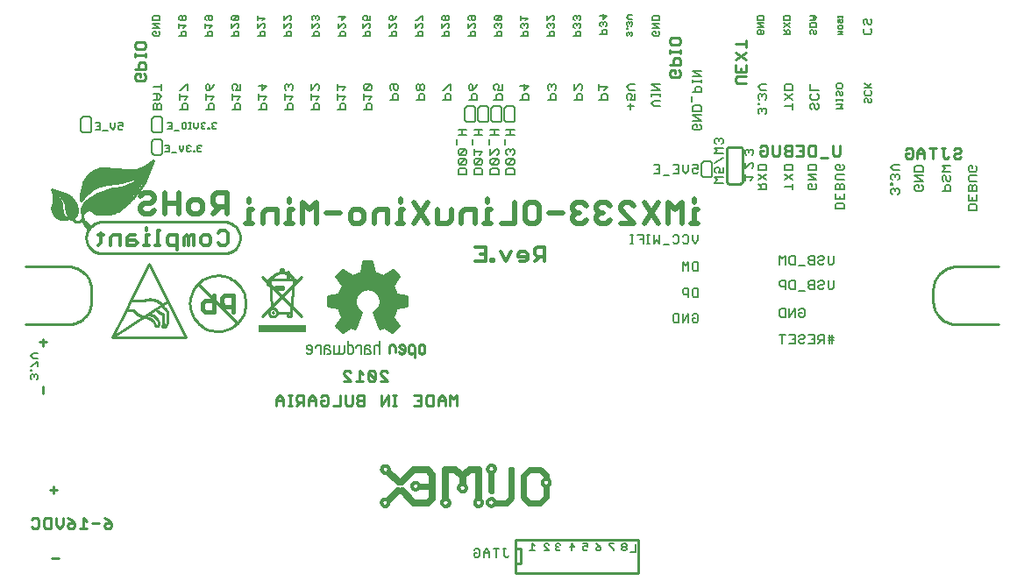
<source format=gbr>
G75*
G70*
%OFA0B0*%
%FSLAX24Y24*%
%IPPOS*%
%LPD*%
%AMOC8*
5,1,8,0,0,1.08239X$1,22.5*
%
%ADD10C,0.0200*%
%ADD11C,0.0140*%
%ADD12C,0.0100*%
%ADD13C,0.0080*%
%ADD14C,0.0060*%
%ADD15C,0.0050*%
%ADD16C,0.0070*%
%ADD17C,0.0160*%
%ADD18R,0.1800X0.0300*%
%ADD19C,0.0240*%
%ADD20C,0.0120*%
%ADD21C,0.0220*%
%ADD22C,0.0260*%
D10*
X011233Y017658D02*
X011495Y017658D01*
X011364Y017658D02*
X011364Y018181D01*
X011495Y018181D01*
X011364Y018443D02*
X011364Y018574D01*
X011878Y018050D02*
X011878Y017658D01*
X011878Y018050D02*
X012009Y018181D01*
X012401Y018181D01*
X012401Y017658D01*
X012744Y017658D02*
X013005Y017658D01*
X012874Y017658D02*
X012874Y018181D01*
X013005Y018181D01*
X012874Y018443D02*
X012874Y018574D01*
X013388Y018443D02*
X013388Y017658D01*
X013911Y017658D02*
X013911Y018443D01*
X013650Y018181D01*
X013388Y018443D01*
X014294Y018050D02*
X014818Y018050D01*
X015201Y018050D02*
X015201Y017789D01*
X015332Y017658D01*
X015593Y017658D01*
X015724Y017789D01*
X015724Y018050D01*
X015593Y018181D01*
X015332Y018181D01*
X015201Y018050D01*
X016107Y018050D02*
X016107Y017658D01*
X016107Y018050D02*
X016238Y018181D01*
X016630Y018181D01*
X016630Y017658D01*
X016973Y017658D02*
X017234Y017658D01*
X017104Y017658D02*
X017104Y018181D01*
X017234Y018181D01*
X017104Y018443D02*
X017104Y018574D01*
X017617Y018443D02*
X018141Y017658D01*
X018524Y017658D02*
X018524Y018181D01*
X018141Y018443D02*
X017617Y017658D01*
X018524Y017658D02*
X018916Y017658D01*
X019047Y017789D01*
X019047Y018181D01*
X019430Y018050D02*
X019430Y017658D01*
X019430Y018050D02*
X019561Y018181D01*
X019953Y018181D01*
X019953Y017658D01*
X020296Y017658D02*
X020557Y017658D01*
X020427Y017658D02*
X020427Y018181D01*
X020557Y018181D01*
X020427Y018443D02*
X020427Y018574D01*
X021464Y018443D02*
X021464Y017658D01*
X020940Y017658D01*
X021847Y017789D02*
X021847Y018312D01*
X021977Y018443D01*
X022239Y018443D01*
X022370Y018312D01*
X022370Y017789D01*
X022239Y017658D01*
X021977Y017658D01*
X021847Y017789D01*
X022753Y018050D02*
X023276Y018050D01*
X023659Y017920D02*
X023659Y017789D01*
X023790Y017658D01*
X024052Y017658D01*
X024182Y017789D01*
X023921Y018050D02*
X023790Y018050D01*
X023659Y017920D01*
X023790Y018050D02*
X023659Y018181D01*
X023659Y018312D01*
X023790Y018443D01*
X024052Y018443D01*
X024182Y018312D01*
X024565Y018312D02*
X024565Y018181D01*
X024696Y018050D01*
X024565Y017920D01*
X024565Y017789D01*
X024696Y017658D01*
X024958Y017658D01*
X025089Y017789D01*
X024827Y018050D02*
X024696Y018050D01*
X024565Y018312D02*
X024696Y018443D01*
X024958Y018443D01*
X025089Y018312D01*
X025472Y018312D02*
X025603Y018443D01*
X025864Y018443D01*
X025995Y018312D01*
X026378Y018443D02*
X026901Y017658D01*
X027284Y017658D02*
X027284Y018443D01*
X027546Y018181D01*
X027807Y018443D01*
X027807Y017658D01*
X028150Y017658D02*
X028412Y017658D01*
X028281Y017658D02*
X028281Y018181D01*
X028412Y018181D01*
X028281Y018443D02*
X028281Y018574D01*
X026901Y018443D02*
X026378Y017658D01*
X025995Y017658D02*
X025472Y018181D01*
X025472Y018312D01*
X025472Y017658D02*
X025995Y017658D01*
X010512Y018002D02*
X010512Y018803D01*
X010112Y018803D01*
X009979Y018670D01*
X009979Y018403D01*
X010112Y018269D01*
X010512Y018269D01*
X010245Y018269D02*
X009979Y018002D01*
X009592Y018136D02*
X009458Y018002D01*
X009191Y018002D01*
X009058Y018136D01*
X009058Y018403D01*
X009191Y018536D01*
X009458Y018536D01*
X009592Y018403D01*
X009592Y018136D01*
X008671Y018002D02*
X008671Y018803D01*
X008671Y018403D02*
X008137Y018403D01*
X008137Y018803D02*
X008137Y018002D01*
X007750Y018136D02*
X007617Y018002D01*
X007350Y018002D01*
X007216Y018136D01*
X007216Y018269D01*
X007350Y018403D01*
X007617Y018403D01*
X007750Y018536D01*
X007750Y018670D01*
X007617Y018803D01*
X007350Y018803D01*
X007216Y018670D01*
X006962Y018852D02*
X007112Y019052D01*
X007162Y019102D02*
X007162Y019252D01*
X007312Y019602D01*
X007362Y019502D02*
X007312Y019302D01*
X007162Y019102D01*
X007012Y019152D02*
X006712Y019002D01*
X006422Y018902D01*
X006182Y018902D01*
X005632Y018712D01*
X005362Y018552D01*
X005162Y018352D01*
X005062Y018152D01*
X005162Y018252D01*
X005312Y018302D01*
X005612Y018102D01*
X005962Y018102D01*
X006312Y018202D01*
X006512Y018352D01*
X006862Y018702D01*
X006962Y018852D01*
X006962Y019002D02*
X006662Y018752D01*
X006612Y018802D01*
X006562Y018802D01*
X006112Y018752D01*
X005712Y018652D01*
X005462Y018452D01*
X005412Y018402D01*
X005462Y018302D01*
X005562Y018302D01*
X005712Y018252D01*
X005962Y018252D01*
X006112Y018302D01*
X006312Y018352D01*
X006562Y018552D01*
X006612Y018602D01*
X006562Y018652D01*
X006362Y018652D01*
X005962Y018552D01*
X005862Y018552D01*
X005662Y018452D01*
X005662Y018402D01*
X005712Y018352D01*
X005862Y018402D01*
X006362Y018502D01*
X005812Y019252D02*
X005562Y019102D01*
X005512Y019102D02*
X005412Y019302D01*
X005412Y019402D01*
X007362Y019432D01*
X007362Y019502D02*
X007562Y019852D01*
X007162Y019602D02*
X006712Y019602D01*
X006312Y019652D01*
X005662Y019652D01*
X005412Y019502D01*
X005412Y019402D01*
X005412Y019302D02*
X005262Y019102D01*
X005262Y018952D02*
X005512Y019102D01*
X005362Y019252D02*
X006012Y019252D01*
X006062Y019252D01*
X006512Y019302D01*
X007012Y019452D01*
X007212Y019502D01*
X005412Y019502D01*
X005212Y019302D01*
X005112Y019102D01*
X005062Y018702D01*
X005262Y018952D01*
X005812Y019252D02*
X006012Y019252D01*
D11*
X007441Y017476D02*
X007441Y017383D01*
X007441Y017196D02*
X007441Y016822D01*
X007348Y016822D02*
X007535Y016822D01*
X007777Y016822D02*
X007964Y016822D01*
X007871Y016822D02*
X007871Y017383D01*
X007964Y017383D01*
X008235Y017103D02*
X008235Y016916D01*
X008329Y016822D01*
X008609Y016822D01*
X008609Y016636D02*
X008609Y017196D01*
X008329Y017196D01*
X008235Y017103D01*
X008880Y017103D02*
X008880Y016822D01*
X009066Y016822D02*
X009066Y017103D01*
X008973Y017196D01*
X008880Y017103D01*
X009066Y017103D02*
X009160Y017196D01*
X009253Y017196D01*
X009253Y016822D01*
X009524Y016916D02*
X009524Y017103D01*
X009618Y017196D01*
X009804Y017196D01*
X009898Y017103D01*
X009898Y016916D01*
X009804Y016822D01*
X009618Y016822D01*
X009524Y016916D01*
X010169Y016916D02*
X010262Y016822D01*
X010449Y016822D01*
X010542Y016916D01*
X010542Y017289D01*
X010449Y017383D01*
X010262Y017383D01*
X010169Y017289D01*
X007535Y017196D02*
X007441Y017196D01*
X007011Y017196D02*
X006825Y017196D01*
X006731Y017103D01*
X006731Y016822D01*
X007011Y016822D01*
X007105Y016916D01*
X007011Y017009D01*
X006731Y017009D01*
X006460Y016822D02*
X006460Y017196D01*
X006180Y017196D01*
X006087Y017103D01*
X006087Y016822D01*
X005722Y016916D02*
X005629Y016822D01*
X005722Y016916D02*
X005722Y017289D01*
X005629Y017196D02*
X005816Y017196D01*
X016399Y008287D02*
X016401Y008311D01*
X016407Y008334D01*
X016417Y008356D01*
X016431Y008376D01*
X016448Y008393D01*
X016468Y008407D01*
X016490Y008417D01*
X016513Y008423D01*
X016537Y008425D01*
X016561Y008423D01*
X016584Y008417D01*
X016606Y008407D01*
X016626Y008393D01*
X016643Y008376D01*
X016657Y008356D01*
X016667Y008334D01*
X016673Y008311D01*
X016675Y008287D01*
X016673Y008263D01*
X016667Y008240D01*
X016657Y008218D01*
X016643Y008198D01*
X016626Y008181D01*
X016606Y008167D01*
X016584Y008157D01*
X016561Y008151D01*
X016537Y008149D01*
X016513Y008151D01*
X016490Y008157D01*
X016468Y008167D01*
X016448Y008181D01*
X016431Y008198D01*
X016417Y008218D01*
X016407Y008240D01*
X016401Y008263D01*
X016399Y008287D01*
X017551Y007652D02*
X017553Y007676D01*
X017559Y007699D01*
X017569Y007720D01*
X017583Y007739D01*
X017600Y007756D01*
X017619Y007770D01*
X017640Y007780D01*
X017663Y007786D01*
X017687Y007788D01*
X017711Y007786D01*
X017734Y007780D01*
X017755Y007770D01*
X017774Y007756D01*
X017791Y007739D01*
X017805Y007720D01*
X017815Y007699D01*
X017821Y007676D01*
X017823Y007652D01*
X017821Y007628D01*
X017815Y007605D01*
X017805Y007584D01*
X017791Y007565D01*
X017774Y007548D01*
X017755Y007534D01*
X017734Y007524D01*
X017711Y007518D01*
X017687Y007516D01*
X017663Y007518D01*
X017640Y007524D01*
X017619Y007534D01*
X017600Y007548D01*
X017583Y007565D01*
X017569Y007584D01*
X017559Y007605D01*
X017553Y007628D01*
X017551Y007652D01*
X016397Y007017D02*
X016399Y007040D01*
X016405Y007063D01*
X016415Y007085D01*
X016429Y007104D01*
X016445Y007120D01*
X016464Y007134D01*
X016486Y007144D01*
X016509Y007150D01*
X016532Y007152D01*
X016555Y007150D01*
X016578Y007144D01*
X016599Y007134D01*
X016619Y007120D01*
X016635Y007104D01*
X016649Y007085D01*
X016659Y007063D01*
X016665Y007040D01*
X016667Y007017D01*
X016665Y006994D01*
X016659Y006971D01*
X016649Y006950D01*
X016635Y006930D01*
X016619Y006914D01*
X016600Y006900D01*
X016578Y006890D01*
X016555Y006884D01*
X016532Y006882D01*
X016509Y006884D01*
X016486Y006890D01*
X016464Y006900D01*
X016445Y006914D01*
X016429Y006930D01*
X016415Y006949D01*
X016405Y006971D01*
X016399Y006994D01*
X016397Y007017D01*
X018690Y007022D02*
X018692Y007046D01*
X018698Y007069D01*
X018708Y007091D01*
X018722Y007111D01*
X018738Y007129D01*
X018758Y007143D01*
X018779Y007154D01*
X018802Y007161D01*
X018826Y007164D01*
X018850Y007163D01*
X018874Y007158D01*
X018896Y007149D01*
X018916Y007136D01*
X018935Y007120D01*
X018950Y007102D01*
X018961Y007080D01*
X018969Y007058D01*
X018973Y007034D01*
X018973Y007010D01*
X018969Y006986D01*
X018961Y006964D01*
X018950Y006942D01*
X018935Y006924D01*
X018916Y006908D01*
X018896Y006895D01*
X018874Y006886D01*
X018850Y006881D01*
X018826Y006880D01*
X018802Y006883D01*
X018779Y006890D01*
X018758Y006901D01*
X018738Y006915D01*
X018722Y006933D01*
X018708Y006953D01*
X018698Y006975D01*
X018692Y006998D01*
X018690Y007022D01*
X019331Y007582D02*
X019333Y007606D01*
X019339Y007629D01*
X019349Y007651D01*
X019362Y007671D01*
X019379Y007688D01*
X019398Y007702D01*
X019419Y007713D01*
X019442Y007720D01*
X019466Y007723D01*
X019490Y007722D01*
X019513Y007717D01*
X019535Y007708D01*
X019556Y007695D01*
X019574Y007680D01*
X019589Y007661D01*
X019600Y007640D01*
X019608Y007618D01*
X019612Y007594D01*
X019612Y007570D01*
X019608Y007546D01*
X019600Y007524D01*
X019589Y007503D01*
X019574Y007484D01*
X019556Y007469D01*
X019535Y007456D01*
X019513Y007447D01*
X019490Y007442D01*
X019466Y007441D01*
X019442Y007444D01*
X019419Y007451D01*
X019398Y007462D01*
X019379Y007476D01*
X019362Y007493D01*
X019349Y007513D01*
X019339Y007535D01*
X019333Y007558D01*
X019331Y007582D01*
X018772Y008262D02*
X018772Y008332D01*
X020142Y008322D02*
X020142Y008212D01*
X020432Y008297D02*
X020434Y008321D01*
X020440Y008344D01*
X020450Y008365D01*
X020463Y008385D01*
X020480Y008402D01*
X020499Y008416D01*
X020520Y008427D01*
X020543Y008434D01*
X020566Y008437D01*
X020590Y008436D01*
X020613Y008431D01*
X020635Y008422D01*
X020655Y008410D01*
X020673Y008394D01*
X020688Y008375D01*
X020700Y008355D01*
X020707Y008332D01*
X020711Y008309D01*
X020711Y008285D01*
X020707Y008262D01*
X020700Y008239D01*
X020688Y008219D01*
X020673Y008200D01*
X020655Y008184D01*
X020635Y008172D01*
X020613Y008163D01*
X020590Y008158D01*
X020566Y008157D01*
X020543Y008160D01*
X020520Y008167D01*
X020499Y008178D01*
X020480Y008192D01*
X020463Y008209D01*
X020450Y008229D01*
X020440Y008250D01*
X020434Y008273D01*
X020432Y008297D01*
X020424Y007027D02*
X020426Y007051D01*
X020432Y007074D01*
X020442Y007095D01*
X020455Y007115D01*
X020472Y007132D01*
X020491Y007146D01*
X020512Y007157D01*
X020535Y007164D01*
X020558Y007167D01*
X020582Y007166D01*
X020605Y007161D01*
X020627Y007152D01*
X020647Y007140D01*
X020665Y007124D01*
X020680Y007105D01*
X020692Y007085D01*
X020699Y007062D01*
X020703Y007039D01*
X020703Y007015D01*
X020699Y006992D01*
X020692Y006969D01*
X020680Y006949D01*
X020665Y006930D01*
X020647Y006914D01*
X020627Y006902D01*
X020605Y006893D01*
X020582Y006888D01*
X020558Y006887D01*
X020535Y006890D01*
X020512Y006897D01*
X020491Y006908D01*
X020472Y006922D01*
X020455Y006939D01*
X020442Y006959D01*
X020432Y006980D01*
X020426Y007003D01*
X020424Y007027D01*
X019942Y007022D02*
X019944Y007046D01*
X019950Y007069D01*
X019960Y007090D01*
X019973Y007110D01*
X019990Y007127D01*
X020009Y007141D01*
X020030Y007152D01*
X020053Y007159D01*
X020076Y007162D01*
X020100Y007161D01*
X020123Y007156D01*
X020145Y007147D01*
X020165Y007135D01*
X020183Y007119D01*
X020198Y007100D01*
X020210Y007080D01*
X020217Y007057D01*
X020221Y007034D01*
X020221Y007010D01*
X020217Y006987D01*
X020210Y006964D01*
X020198Y006944D01*
X020183Y006925D01*
X020165Y006909D01*
X020145Y006897D01*
X020123Y006888D01*
X020100Y006883D01*
X020076Y006882D01*
X020053Y006885D01*
X020030Y006892D01*
X020009Y006903D01*
X019990Y006917D01*
X019973Y006934D01*
X019960Y006954D01*
X019950Y006975D01*
X019944Y006998D01*
X019942Y007022D01*
X019962Y016198D02*
X020336Y016198D01*
X020336Y016759D01*
X019962Y016759D01*
X020149Y016478D02*
X020336Y016478D01*
X020565Y016291D02*
X020565Y016198D01*
X020658Y016198D01*
X020658Y016291D01*
X020565Y016291D01*
X020929Y016572D02*
X021116Y016198D01*
X021303Y016572D01*
X021574Y016478D02*
X021574Y016385D01*
X021947Y016385D01*
X021947Y016478D02*
X021854Y016572D01*
X021667Y016572D01*
X021574Y016478D01*
X021667Y016198D02*
X021854Y016198D01*
X021947Y016291D01*
X021947Y016478D01*
X022218Y016478D02*
X022218Y016665D01*
X022311Y016759D01*
X022592Y016759D01*
X022592Y016198D01*
X022592Y016385D02*
X022311Y016385D01*
X022218Y016478D01*
X022405Y016385D02*
X022218Y016198D01*
D12*
X004112Y004903D02*
X003845Y004903D01*
X003811Y006052D02*
X003610Y006052D01*
X003544Y006119D01*
X003544Y006386D01*
X003610Y006453D01*
X003811Y006453D01*
X003811Y006052D01*
X004004Y006186D02*
X004004Y006453D01*
X004271Y006453D02*
X004271Y006186D01*
X004138Y006052D01*
X004004Y006186D01*
X004464Y006186D02*
X004531Y006253D01*
X004731Y006253D01*
X004731Y006119D01*
X004665Y006052D01*
X004531Y006052D01*
X004464Y006119D01*
X004464Y006186D01*
X004598Y006386D02*
X004731Y006253D01*
X004598Y006386D02*
X004464Y006453D01*
X005058Y006453D02*
X005058Y006052D01*
X004925Y006052D02*
X005192Y006052D01*
X005192Y006319D02*
X005058Y006453D01*
X005385Y006253D02*
X005652Y006253D01*
X005845Y006186D02*
X005912Y006253D01*
X006112Y006253D01*
X006112Y006119D01*
X006046Y006052D01*
X005912Y006052D01*
X005845Y006119D01*
X005845Y006186D01*
X005979Y006386D02*
X005845Y006453D01*
X005979Y006386D02*
X006112Y006253D01*
X004062Y007503D02*
X003795Y007503D01*
X003929Y007636D02*
X003929Y007369D01*
X003284Y006453D02*
X003350Y006386D01*
X003350Y006119D01*
X003284Y006052D01*
X003150Y006052D01*
X003083Y006119D01*
X003083Y006386D02*
X003150Y006453D01*
X003284Y006453D01*
X003513Y011192D02*
X003513Y011459D01*
X003513Y012992D02*
X003513Y013259D01*
X003646Y013126D02*
X003379Y013126D01*
X002862Y013802D02*
X004462Y013802D01*
X004521Y013804D01*
X004579Y013810D01*
X004638Y013819D01*
X004695Y013833D01*
X004751Y013850D01*
X004806Y013871D01*
X004860Y013895D01*
X004912Y013923D01*
X004962Y013954D01*
X005010Y013988D01*
X005055Y014025D01*
X005098Y014066D01*
X005139Y014109D01*
X005176Y014154D01*
X005210Y014202D01*
X005241Y014252D01*
X005269Y014304D01*
X005293Y014358D01*
X005314Y014413D01*
X005331Y014469D01*
X005345Y014526D01*
X005354Y014585D01*
X005360Y014643D01*
X005362Y014702D01*
X005362Y015102D01*
X005360Y015161D01*
X005354Y015219D01*
X005345Y015278D01*
X005331Y015335D01*
X005314Y015391D01*
X005293Y015446D01*
X005269Y015500D01*
X005241Y015552D01*
X005210Y015602D01*
X005176Y015650D01*
X005139Y015695D01*
X005098Y015738D01*
X005055Y015779D01*
X005010Y015816D01*
X004962Y015850D01*
X004912Y015881D01*
X004860Y015909D01*
X004806Y015933D01*
X004751Y015954D01*
X004695Y015971D01*
X004638Y015985D01*
X004579Y015994D01*
X004521Y016000D01*
X004462Y016002D01*
X002862Y016002D01*
X003995Y017920D02*
X003986Y017929D01*
X004012Y017952D02*
X004262Y017952D01*
X004262Y018002D02*
X003962Y018002D01*
X003912Y018052D02*
X004242Y018052D01*
X004212Y018102D02*
X003912Y018102D01*
X003912Y018152D02*
X004212Y018152D01*
X004733Y018441D02*
X004754Y018401D01*
X004771Y018360D01*
X004786Y018318D01*
X004797Y018275D01*
X004805Y018232D01*
X004810Y018187D01*
X004812Y018143D01*
X004762Y018102D02*
X004462Y018102D01*
X004762Y018094D02*
X004760Y018061D01*
X004755Y018027D01*
X004747Y017995D01*
X004736Y017964D01*
X004722Y017933D01*
X004705Y017905D01*
X004685Y017878D01*
X004662Y017853D01*
X004612Y017852D02*
X004412Y018202D01*
X004512Y018202D01*
X004512Y018002D01*
X004512Y017952D02*
X004712Y017952D01*
X004712Y017902D01*
X004712Y017952D02*
X004712Y018002D01*
X004462Y018002D01*
X004462Y018052D02*
X004762Y018052D01*
X004762Y018094D02*
X004762Y018102D01*
X004762Y018202D01*
X004712Y018202D01*
X004712Y018152D01*
X004462Y018152D01*
X004512Y018202D02*
X004662Y018202D01*
X004662Y017952D01*
X004662Y017802D02*
X004636Y017804D01*
X004610Y017810D01*
X004585Y017820D01*
X004563Y017834D01*
X004543Y017851D01*
X004543Y017852D02*
X004554Y017841D01*
X004657Y017802D02*
X004662Y017802D01*
X004779Y017968D01*
X004712Y018002D02*
X004712Y018152D01*
X004440Y017806D02*
X004407Y017832D01*
X004376Y017860D01*
X004348Y017891D01*
X004322Y017925D01*
X004300Y017961D01*
X004280Y017998D01*
X004264Y018037D01*
X004252Y018077D01*
X004243Y018118D01*
X004242Y018118D02*
X004232Y018272D01*
X004212Y018252D02*
X003912Y018252D01*
X003912Y018202D02*
X004212Y018202D01*
X004712Y018478D02*
X004686Y018519D01*
X004657Y018558D01*
X004625Y018594D01*
X004590Y018628D01*
X004553Y018659D01*
X004513Y018686D01*
X004471Y018711D01*
X004427Y018731D01*
X004428Y018732D02*
X004262Y018802D01*
X003862Y018952D01*
X003915Y018741D01*
X003962Y018752D02*
X004262Y018752D01*
X004262Y018652D02*
X004462Y018652D01*
X004412Y018702D02*
X004062Y018702D01*
X004062Y018502D01*
X004012Y018502D02*
X004012Y018702D01*
X004062Y018702D01*
X004012Y018702D02*
X003962Y018702D01*
X003912Y018802D02*
X004162Y018802D01*
X004112Y018852D02*
X003912Y018852D01*
X003962Y018502D02*
X004162Y018502D01*
X004162Y018452D02*
X003962Y018452D01*
X003962Y018402D02*
X004212Y018402D01*
X004212Y018352D02*
X003912Y018352D01*
X003912Y018302D02*
X004212Y018302D01*
X003890Y018372D02*
X003878Y018337D01*
X003869Y018301D01*
X003864Y018264D01*
X003862Y018227D01*
X004393Y018276D02*
X004388Y018323D01*
X004379Y018368D01*
X004367Y018413D01*
X004352Y018457D01*
X004333Y018499D01*
X004311Y018540D01*
X004286Y018579D01*
X004257Y018616D01*
X004226Y018651D01*
X004193Y018683D01*
X004312Y018602D02*
X004562Y018602D01*
X004612Y018552D02*
X004312Y018552D01*
X004362Y018502D02*
X004662Y018502D01*
X004712Y018478D02*
X004733Y018441D01*
X004712Y018452D02*
X004362Y018452D01*
X004412Y018402D02*
X004712Y018402D01*
X004712Y018352D02*
X004412Y018352D01*
X004412Y018302D02*
X004762Y018302D01*
X004762Y018252D02*
X004412Y018252D01*
X004392Y018272D02*
X004392Y018276D01*
X004224Y017812D02*
X004182Y017821D01*
X004141Y017834D01*
X004102Y017850D01*
X004064Y017870D01*
X004028Y017893D01*
X003995Y017920D01*
X004062Y017902D02*
X004312Y017902D01*
X004362Y017852D02*
X004162Y017852D01*
X004302Y017802D02*
X004442Y017802D01*
X004662Y017802D02*
X004715Y017750D01*
X004731Y017736D01*
X004749Y017725D01*
X004768Y017715D01*
X004788Y017709D01*
X004809Y017704D01*
X004830Y017703D01*
X004971Y017761D02*
X005012Y017802D01*
X005062Y017752D02*
X005262Y017452D01*
X005262Y017502D02*
X005189Y017576D01*
X005118Y017696D02*
X005312Y017502D01*
X005118Y017696D02*
X005094Y017722D01*
X005073Y017751D01*
X005055Y017781D01*
X005040Y017813D01*
X005028Y017847D01*
X005019Y017881D01*
X005014Y017917D01*
X005012Y017952D01*
X005012Y017935D01*
X005012Y018002D02*
X005003Y018020D01*
X005012Y018002D02*
X005121Y018111D01*
X004554Y017841D02*
X004523Y017877D01*
X004495Y017915D01*
X004470Y017955D01*
X004448Y017997D01*
X004430Y018041D01*
X004415Y018086D01*
X004404Y018132D01*
X004397Y018178D01*
X004393Y018226D01*
X004392Y018273D01*
X003862Y018227D02*
X003864Y018190D01*
X003868Y018154D01*
X003876Y018118D01*
X003887Y018083D01*
X003902Y018049D01*
X003919Y018016D01*
X003938Y017985D01*
X003961Y017956D01*
X003986Y017929D01*
X004223Y017812D02*
X004249Y017806D01*
X004276Y017803D01*
X004302Y017802D01*
X004779Y017968D02*
X004791Y018002D01*
X004801Y018036D01*
X004808Y018072D01*
X004812Y018107D01*
X004813Y018143D01*
X004712Y018202D02*
X004662Y018202D01*
X004830Y017702D02*
X004856Y017704D01*
X004882Y017709D01*
X004907Y017717D01*
X004930Y017729D01*
X004952Y017743D01*
X004971Y017761D01*
X005121Y018111D02*
X005140Y018129D01*
X005162Y018143D01*
X005185Y018155D01*
X005210Y018163D01*
X005236Y018168D01*
X005262Y018170D01*
X005288Y018168D01*
X005314Y018163D01*
X005339Y018155D01*
X005362Y018143D01*
X005384Y018129D01*
X005403Y018111D01*
X005404Y018111D02*
X005424Y018090D01*
X005012Y018002D02*
X004998Y018035D01*
X004987Y018069D01*
X004980Y018104D01*
X004977Y018140D01*
X004978Y018176D01*
X004982Y018212D01*
X004991Y018246D01*
X005002Y018280D01*
X005018Y018313D01*
X005037Y018343D01*
X005059Y018371D01*
X005126Y018446D01*
X004964Y018504D02*
X004962Y018502D01*
X004963Y018503D02*
X004962Y018653D01*
X004986Y018920D02*
X005044Y019156D01*
X005379Y018926D02*
X005383Y018928D01*
X005044Y019156D02*
X005066Y019211D01*
X005091Y019265D01*
X005119Y019316D01*
X005151Y019366D01*
X005186Y019414D01*
X005225Y019459D01*
X005266Y019501D01*
X005310Y019541D01*
X005356Y019578D01*
X005405Y019611D01*
X005456Y019642D01*
X005508Y019669D01*
X005563Y019692D01*
X005619Y019711D01*
X005676Y019727D01*
X005733Y019740D01*
X005792Y019748D01*
X005851Y019752D01*
X006697Y019676D01*
X006616Y019240D02*
X007162Y019402D01*
X007052Y019266D01*
X007371Y019220D02*
X007712Y020052D01*
X007373Y019809D01*
X007562Y019852D02*
X007162Y019602D01*
X006254Y018970D02*
X006132Y018946D01*
X006086Y019155D02*
X005882Y019126D01*
X006576Y018266D02*
X006529Y018226D01*
X006480Y018189D01*
X006429Y018155D01*
X006375Y018124D01*
X006320Y018096D01*
X006263Y018072D01*
X006205Y018051D01*
X006146Y018034D01*
X006086Y018020D01*
X006025Y018010D01*
X005963Y018004D01*
X005902Y018001D01*
X005840Y018002D01*
X005637Y018002D01*
X005189Y017575D02*
X005157Y017610D01*
X005127Y017647D01*
X005101Y017686D01*
X005078Y017728D01*
X005058Y017771D01*
X005042Y017815D01*
X005029Y017861D01*
X005019Y017908D01*
X005014Y017955D01*
X005012Y018002D01*
X005012Y017935D02*
X005014Y017886D01*
X005019Y017838D01*
X005028Y017790D01*
X005040Y017743D01*
X005055Y017696D01*
X005074Y017651D01*
X005096Y017608D01*
X005120Y017566D01*
X005148Y017526D01*
X005179Y017488D01*
X005212Y017452D01*
X005762Y017702D02*
X010412Y017702D01*
X011012Y017102D02*
X011010Y017055D01*
X011005Y017008D01*
X010995Y016962D01*
X010983Y016917D01*
X010966Y016872D01*
X010947Y016830D01*
X010924Y016789D01*
X010897Y016749D01*
X010868Y016712D01*
X010836Y016678D01*
X010802Y016646D01*
X010765Y016617D01*
X010725Y016590D01*
X010684Y016567D01*
X010642Y016548D01*
X010597Y016531D01*
X010552Y016519D01*
X010506Y016509D01*
X010459Y016504D01*
X010412Y016502D01*
X005762Y016502D01*
X005715Y016504D01*
X005668Y016509D01*
X005622Y016519D01*
X005577Y016531D01*
X005532Y016548D01*
X005490Y016567D01*
X005449Y016590D01*
X005409Y016617D01*
X005372Y016646D01*
X005338Y016678D01*
X005306Y016712D01*
X005277Y016749D01*
X005250Y016789D01*
X005227Y016830D01*
X005208Y016872D01*
X005191Y016917D01*
X005179Y016962D01*
X005169Y017008D01*
X005164Y017055D01*
X005162Y017102D01*
X005164Y017149D01*
X005169Y017196D01*
X005179Y017242D01*
X005191Y017287D01*
X005208Y017332D01*
X005227Y017374D01*
X005250Y017415D01*
X005277Y017455D01*
X005306Y017492D01*
X005338Y017526D01*
X005372Y017558D01*
X005409Y017587D01*
X005449Y017614D01*
X005490Y017637D01*
X005532Y017656D01*
X005577Y017673D01*
X005622Y017685D01*
X005668Y017695D01*
X005715Y017700D01*
X005762Y017702D01*
X005383Y018927D02*
X005450Y018966D01*
X005518Y019001D01*
X005588Y019032D01*
X005660Y019061D01*
X005733Y019086D01*
X005807Y019107D01*
X005882Y019125D01*
X004986Y018920D02*
X004974Y018854D01*
X004967Y018787D01*
X004963Y018720D01*
X004962Y018652D01*
X005425Y018090D02*
X005450Y018067D01*
X005477Y018048D01*
X005507Y018032D01*
X005538Y018019D01*
X005570Y018010D01*
X005603Y018004D01*
X005637Y018002D01*
X006576Y018266D02*
X006590Y018280D01*
X005380Y018925D02*
X005312Y018874D01*
X005247Y018819D01*
X005185Y018761D01*
X005125Y018700D01*
X005069Y018637D01*
X005015Y018571D01*
X004964Y018503D01*
X004231Y018255D02*
X004227Y018307D01*
X004219Y018359D01*
X004207Y018410D01*
X004192Y018460D01*
X004172Y018509D01*
X004149Y018556D01*
X004122Y018601D01*
X004092Y018644D01*
X003915Y018740D02*
X003925Y018695D01*
X003931Y018648D01*
X003933Y018601D01*
X003932Y018554D01*
X003927Y018508D01*
X003918Y018462D01*
X003906Y018416D01*
X003890Y018372D01*
X005125Y018445D02*
X005192Y018502D01*
X005261Y018556D01*
X005332Y018607D01*
X005405Y018655D01*
X005480Y018700D01*
X005557Y018742D01*
X005635Y018781D01*
X005715Y018816D01*
X005796Y018849D01*
X005878Y018878D01*
X005962Y018904D01*
X006046Y018927D01*
X006132Y018946D01*
X006696Y019675D02*
X006755Y019666D01*
X006813Y019660D01*
X006872Y019658D01*
X006931Y019660D01*
X006990Y019666D01*
X007048Y019675D01*
X007105Y019688D01*
X007161Y019705D01*
X007217Y019726D01*
X007270Y019750D01*
X007322Y019778D01*
X007372Y019809D01*
X007052Y019265D02*
X006979Y019219D01*
X006904Y019177D01*
X006828Y019138D01*
X006749Y019103D01*
X006669Y019071D01*
X006588Y019043D01*
X006506Y019019D01*
X006422Y018999D01*
X006338Y018982D01*
X006253Y018969D01*
X006590Y018280D02*
X006681Y018362D01*
X006770Y018447D01*
X006856Y018535D01*
X006938Y018625D01*
X007018Y018718D01*
X007095Y018814D01*
X007169Y018912D01*
X007240Y019012D01*
X007307Y019115D01*
X007371Y019220D01*
X010412Y017702D02*
X010459Y017700D01*
X010506Y017695D01*
X010552Y017685D01*
X010597Y017673D01*
X010642Y017656D01*
X010684Y017637D01*
X010725Y017614D01*
X010765Y017587D01*
X010802Y017558D01*
X010836Y017526D01*
X010868Y017492D01*
X010897Y017455D01*
X010924Y017415D01*
X010947Y017374D01*
X010966Y017332D01*
X010983Y017287D01*
X010995Y017242D01*
X011005Y017196D01*
X011010Y017149D01*
X011012Y017102D01*
X012562Y015902D02*
X012662Y015902D01*
X012662Y015802D01*
X012562Y015802D01*
X012562Y015902D01*
X012812Y015802D02*
X012812Y015502D01*
X012162Y015502D01*
X012232Y014412D01*
X012104Y014252D02*
X012106Y014277D01*
X012112Y014302D01*
X012122Y014325D01*
X012136Y014347D01*
X012153Y014366D01*
X012172Y014382D01*
X012194Y014395D01*
X012218Y014404D01*
X012243Y014409D01*
X012268Y014410D01*
X012294Y014407D01*
X012318Y014400D01*
X012341Y014389D01*
X012362Y014374D01*
X012380Y014357D01*
X012396Y014336D01*
X012407Y014314D01*
X012415Y014290D01*
X012419Y014265D01*
X012419Y014239D01*
X012415Y014214D01*
X012407Y014190D01*
X012396Y014168D01*
X012380Y014147D01*
X012362Y014130D01*
X012341Y014115D01*
X012318Y014104D01*
X012294Y014097D01*
X012268Y014094D01*
X012243Y014095D01*
X012218Y014100D01*
X012194Y014109D01*
X012172Y014122D01*
X012153Y014138D01*
X012136Y014157D01*
X012122Y014179D01*
X012112Y014202D01*
X012106Y014227D01*
X012104Y014252D01*
X012252Y014252D02*
X012254Y014258D01*
X012259Y014262D01*
X012265Y014262D01*
X012270Y014258D01*
X012272Y014252D01*
X012270Y014246D01*
X012265Y014242D01*
X012259Y014242D01*
X012254Y014246D01*
X012252Y014252D01*
X012422Y014252D02*
X012812Y014252D01*
X012812Y014102D01*
X012962Y014102D01*
X012962Y014252D01*
X013062Y015502D01*
X012862Y015502D01*
X012862Y015802D01*
X012812Y015802D01*
X012812Y015502D02*
X012862Y015502D01*
X013062Y015502D02*
X013112Y015502D01*
X013362Y015602D02*
X011862Y014102D01*
X010910Y013854D02*
X009414Y015350D01*
X009099Y014602D02*
X009103Y014699D01*
X009117Y014795D01*
X009138Y014889D01*
X009169Y014981D01*
X009207Y015069D01*
X009254Y015154D01*
X009308Y015235D01*
X009369Y015310D01*
X009436Y015379D01*
X009510Y015442D01*
X009589Y015497D01*
X009673Y015546D01*
X009761Y015586D01*
X009852Y015619D01*
X009946Y015643D01*
X010041Y015658D01*
X010138Y015665D01*
X010235Y015663D01*
X010331Y015652D01*
X010425Y015632D01*
X010518Y015604D01*
X010608Y015567D01*
X010693Y015523D01*
X010775Y015470D01*
X010851Y015411D01*
X010922Y015345D01*
X010987Y015273D01*
X011044Y015195D01*
X011094Y015112D01*
X011137Y015026D01*
X011171Y014935D01*
X011198Y014842D01*
X011215Y014747D01*
X011224Y014650D01*
X011224Y014554D01*
X011215Y014457D01*
X011198Y014362D01*
X011171Y014269D01*
X011137Y014178D01*
X011094Y014092D01*
X011044Y014009D01*
X010987Y013931D01*
X010922Y013859D01*
X010851Y013793D01*
X010775Y013734D01*
X010694Y013681D01*
X010608Y013637D01*
X010518Y013600D01*
X010425Y013572D01*
X010331Y013552D01*
X010235Y013541D01*
X010138Y013539D01*
X010041Y013546D01*
X009946Y013561D01*
X009852Y013585D01*
X009761Y013618D01*
X009673Y013658D01*
X009589Y013707D01*
X009510Y013762D01*
X009436Y013825D01*
X009369Y013894D01*
X009308Y013969D01*
X009254Y014050D01*
X009207Y014135D01*
X009169Y014223D01*
X009138Y014315D01*
X009117Y014409D01*
X009103Y014505D01*
X009099Y014602D01*
X008163Y014403D02*
X008133Y014423D01*
X008106Y014445D01*
X008080Y014471D01*
X008058Y014498D01*
X008038Y014528D01*
X007813Y014377D02*
X007835Y014347D01*
X007860Y014319D01*
X007887Y014294D01*
X007916Y014271D01*
X007948Y014251D01*
X007981Y014234D01*
X008015Y014220D01*
X008051Y014210D01*
X008088Y014202D01*
X008087Y014202D02*
X008087Y013802D01*
X008112Y013802D01*
X008087Y013802D02*
X008077Y013800D01*
X008069Y013795D01*
X008064Y013787D01*
X008062Y013777D01*
X008062Y013727D01*
X008064Y013717D01*
X008069Y013709D01*
X008077Y013704D01*
X008087Y013702D01*
X008162Y013752D02*
X008160Y013765D01*
X008155Y013777D01*
X008147Y013787D01*
X008137Y013795D01*
X008125Y013800D01*
X008112Y013802D01*
X008087Y013702D02*
X008110Y013704D01*
X008133Y013709D01*
X008155Y013718D01*
X008175Y013731D01*
X008193Y013746D01*
X008208Y013764D01*
X008221Y013784D01*
X008230Y013806D01*
X008235Y013829D01*
X008237Y013852D01*
X008237Y014277D01*
X008238Y014277D02*
X008236Y014299D01*
X008231Y014320D01*
X008223Y014340D01*
X008212Y014359D01*
X008198Y014376D01*
X008181Y014391D01*
X008163Y014402D01*
X008262Y014677D02*
X006162Y013302D01*
X006687Y014352D01*
X006812Y014352D01*
X006687Y014352D02*
X006862Y014702D01*
X007327Y014702D01*
X007327Y014703D02*
X007345Y014702D01*
X007363Y014704D01*
X007380Y014710D01*
X007397Y014717D01*
X007412Y014728D01*
X007013Y014277D02*
X007041Y014246D01*
X007072Y014218D01*
X007105Y014192D01*
X007140Y014169D01*
X007177Y014149D01*
X007216Y014132D01*
X007255Y014119D01*
X007296Y014109D01*
X007338Y014102D01*
X007412Y014727D02*
X007454Y014741D01*
X007497Y014751D01*
X007541Y014757D01*
X007585Y014760D01*
X007629Y014759D01*
X007673Y014754D01*
X007716Y014746D01*
X007759Y014735D01*
X007800Y014719D01*
X007840Y014701D01*
X007879Y014679D01*
X007915Y014654D01*
X007949Y014626D01*
X007981Y014596D01*
X008010Y014563D01*
X008037Y014528D01*
X006862Y014702D02*
X007562Y016102D01*
X008962Y013302D01*
X006162Y013302D01*
X007387Y014078D02*
X007446Y014063D01*
X007504Y014047D01*
X007562Y014028D01*
X007912Y013903D02*
X007920Y013883D01*
X007925Y013862D01*
X007927Y013840D01*
X007925Y013818D01*
X007920Y013797D01*
X007912Y013777D01*
X007862Y013727D02*
X007802Y013727D01*
X007862Y013727D02*
X007879Y013735D01*
X007893Y013746D01*
X007904Y013760D01*
X007912Y013777D01*
X007787Y013728D02*
X007784Y013764D01*
X007776Y013799D01*
X007764Y013833D01*
X007749Y013866D01*
X007731Y013897D01*
X007709Y013926D01*
X007685Y013952D01*
X007657Y013976D01*
X007628Y013997D01*
X007596Y014014D01*
X007562Y014028D01*
X007537Y014203D02*
X007581Y014192D01*
X007624Y014177D01*
X007665Y014158D01*
X007705Y014136D01*
X007742Y014111D01*
X007778Y014083D01*
X007811Y014052D01*
X007841Y014018D01*
X007868Y013982D01*
X007892Y013943D01*
X007913Y013903D01*
X007012Y014278D02*
X006992Y014297D01*
X006970Y014314D01*
X006946Y014328D01*
X006921Y014339D01*
X006894Y014347D01*
X006867Y014352D01*
X006840Y014354D01*
X006812Y014353D01*
X011862Y015602D02*
X012162Y015302D01*
X013362Y014102D01*
X012962Y014252D02*
X012812Y014252D01*
X012662Y015152D02*
X012362Y015152D01*
X012362Y015252D01*
X012662Y015252D01*
X012662Y015152D01*
X013062Y015502D02*
X013040Y015541D01*
X013015Y015578D01*
X012987Y015612D01*
X012956Y015644D01*
X012922Y015673D01*
X012886Y015699D01*
X012847Y015721D01*
X012807Y015741D01*
X012765Y015756D01*
X012722Y015768D01*
X012679Y015776D01*
X012634Y015780D01*
X012590Y015780D01*
X012545Y015776D01*
X012502Y015768D01*
X012459Y015756D01*
X012417Y015741D01*
X012377Y015721D01*
X012338Y015699D01*
X012302Y015673D01*
X012268Y015644D01*
X012237Y015612D01*
X012209Y015578D01*
X012184Y015541D01*
X012162Y015502D01*
X012112Y015502D01*
X012062Y015452D01*
X012062Y015302D01*
X012162Y015302D01*
X012162Y015552D02*
X012164Y015566D01*
X012170Y015579D01*
X012179Y015590D01*
X012191Y015597D01*
X012205Y015601D01*
X012219Y015601D01*
X012233Y015597D01*
X012245Y015590D01*
X012254Y015579D01*
X012260Y015566D01*
X012262Y015552D01*
X012260Y015538D01*
X012254Y015525D01*
X012245Y015514D01*
X012233Y015507D01*
X012219Y015503D01*
X012205Y015503D01*
X012191Y015507D01*
X012179Y015514D01*
X012170Y015525D01*
X012164Y015538D01*
X012162Y015552D01*
X014352Y014872D02*
X014352Y014512D01*
X014752Y014442D01*
X014892Y014082D01*
X014662Y013752D01*
X014912Y013502D01*
X015232Y013722D01*
X015382Y013632D01*
X015632Y014262D01*
X015562Y014242D02*
X015362Y013722D01*
X015242Y013782D01*
X014942Y013592D01*
X014912Y013572D01*
X014732Y013772D01*
X014962Y014102D01*
X014792Y014482D01*
X014402Y014562D01*
X014402Y014842D01*
X014822Y014932D01*
X014962Y015322D01*
X014722Y015632D01*
X014902Y015822D01*
X015272Y015562D01*
X015642Y015752D01*
X015732Y016172D01*
X015992Y016162D01*
X016072Y015762D01*
X016402Y015602D01*
X016462Y015562D01*
X016682Y015732D01*
X016792Y015832D01*
X016822Y015822D01*
X016982Y015642D01*
X016752Y015292D01*
X016892Y014912D01*
X017292Y014822D01*
X017292Y014552D01*
X016942Y014472D01*
X016772Y014092D01*
X016982Y013742D01*
X016792Y013582D01*
X016482Y013782D01*
X016372Y013712D01*
X016162Y014252D01*
X016362Y014492D01*
X016412Y014802D01*
X016252Y015082D01*
X015922Y015242D01*
X015612Y015182D01*
X015422Y015022D01*
X015332Y014772D01*
X015332Y014572D01*
X015472Y014302D01*
X014873Y014302D01*
X014917Y014204D02*
X015548Y014204D01*
X015562Y014242D02*
X015472Y014302D01*
X015421Y014401D02*
X014829Y014401D01*
X014709Y014499D02*
X015370Y014499D01*
X015332Y014598D02*
X014402Y014598D01*
X014402Y014697D02*
X015332Y014697D01*
X015341Y014795D02*
X014402Y014795D01*
X014352Y014872D02*
X014762Y014952D01*
X014902Y015292D01*
X014662Y015632D01*
X014912Y015882D01*
X015272Y015642D01*
X015602Y015782D01*
X015682Y016202D01*
X016032Y016202D01*
X016112Y015782D01*
X016452Y015642D01*
X016802Y015882D01*
X017042Y015632D01*
X016812Y015292D01*
X016952Y014942D01*
X017362Y014872D01*
X017362Y014512D01*
X016962Y014442D01*
X016822Y014082D01*
X017052Y013752D01*
X016792Y013502D01*
X016472Y013722D01*
X016332Y013632D01*
X016082Y014262D01*
X016181Y014204D02*
X016822Y014204D01*
X016866Y014302D02*
X016204Y014302D01*
X016286Y014401D02*
X016910Y014401D01*
X017061Y014499D02*
X016363Y014499D01*
X016379Y014598D02*
X017292Y014598D01*
X017292Y014697D02*
X016395Y014697D01*
X016411Y014795D02*
X017292Y014795D01*
X016976Y014894D02*
X016360Y014894D01*
X016304Y014992D02*
X016863Y014992D01*
X016827Y015091D02*
X016235Y015091D01*
X016032Y015189D02*
X016790Y015189D01*
X016754Y015288D02*
X014950Y015288D01*
X014915Y015189D02*
X015648Y015189D01*
X015504Y015091D02*
X014879Y015091D01*
X014844Y014992D02*
X015411Y014992D01*
X015376Y014894D02*
X014641Y014894D01*
X014913Y015386D02*
X016814Y015386D01*
X016879Y015485D02*
X014837Y015485D01*
X014760Y015583D02*
X015242Y015583D01*
X015313Y015583D02*
X016431Y015583D01*
X016490Y015583D02*
X016944Y015583D01*
X016947Y015682D02*
X016617Y015682D01*
X016735Y015781D02*
X016860Y015781D01*
X016238Y015682D02*
X015505Y015682D01*
X015648Y015781D02*
X016069Y015781D01*
X016049Y015879D02*
X015669Y015879D01*
X015691Y015978D02*
X016029Y015978D01*
X016010Y016076D02*
X015712Y016076D01*
X015102Y015682D02*
X014769Y015682D01*
X014863Y015781D02*
X014962Y015781D01*
X015632Y014262D02*
X015594Y014284D01*
X015559Y014310D01*
X015527Y014340D01*
X015497Y014371D01*
X015470Y014406D01*
X015446Y014443D01*
X015426Y014482D01*
X015410Y014522D01*
X015397Y014564D01*
X015388Y014607D01*
X015383Y014650D01*
X015382Y014694D01*
X015385Y014737D01*
X015392Y014781D01*
X015403Y014823D01*
X015417Y014864D01*
X015436Y014904D01*
X015458Y014942D01*
X015483Y014977D01*
X015511Y015011D01*
X015542Y015041D01*
X015576Y015069D01*
X015613Y015093D01*
X015651Y015114D01*
X015691Y015131D01*
X015732Y015145D01*
X015775Y015155D01*
X015818Y015161D01*
X015862Y015163D01*
X015906Y015161D01*
X015949Y015155D01*
X015992Y015145D01*
X016033Y015131D01*
X016073Y015114D01*
X016111Y015093D01*
X016148Y015069D01*
X016182Y015041D01*
X016213Y015011D01*
X016241Y014977D01*
X016266Y014942D01*
X016288Y014904D01*
X016307Y014864D01*
X016321Y014823D01*
X016332Y014781D01*
X016339Y014737D01*
X016342Y014694D01*
X016341Y014650D01*
X016336Y014607D01*
X016327Y014564D01*
X016314Y014522D01*
X016298Y014482D01*
X016278Y014443D01*
X016254Y014406D01*
X016227Y014371D01*
X016197Y014340D01*
X016165Y014310D01*
X016130Y014284D01*
X016092Y014262D01*
X016220Y014105D02*
X016778Y014105D01*
X016824Y014007D02*
X016258Y014007D01*
X016296Y013908D02*
X016883Y013908D01*
X016942Y013810D02*
X016335Y013810D01*
X016593Y013711D02*
X016945Y013711D01*
X016828Y013613D02*
X016746Y013613D01*
X016774Y013032D02*
X016801Y013032D01*
X016872Y013003D02*
X016873Y013002D01*
X016902Y012931D02*
X016902Y012734D01*
X017072Y012723D02*
X017073Y012722D01*
X017071Y012723D02*
X017063Y012734D01*
X017057Y012747D01*
X017053Y012760D01*
X017052Y012774D01*
X017073Y012721D02*
X017088Y012709D01*
X017106Y012700D01*
X017124Y012694D01*
X017144Y012692D01*
X017171Y012692D01*
X017242Y012722D02*
X017243Y012723D01*
X017272Y012794D02*
X017272Y012931D01*
X017243Y013002D02*
X017242Y013003D01*
X017171Y013032D02*
X017144Y013032D01*
X017073Y013003D02*
X017072Y013002D01*
X017052Y012942D02*
X017264Y012812D01*
X017272Y012794D02*
X017270Y012774D01*
X017264Y012756D01*
X017255Y012738D01*
X017243Y012723D01*
X017242Y012721D02*
X017227Y012709D01*
X017209Y012700D01*
X017191Y012694D01*
X017171Y012692D01*
X017272Y012931D02*
X017270Y012951D01*
X017264Y012969D01*
X017255Y012987D01*
X017243Y013002D01*
X017242Y013003D02*
X017227Y013015D01*
X017209Y013024D01*
X017191Y013030D01*
X017171Y013032D01*
X017071Y013002D02*
X017063Y012991D01*
X017057Y012978D01*
X017053Y012965D01*
X017052Y012951D01*
X017073Y013003D02*
X017088Y013015D01*
X017106Y013024D01*
X017124Y013030D01*
X017144Y013032D01*
X017412Y012931D02*
X017412Y012794D01*
X017442Y012723D02*
X017443Y012722D01*
X017514Y012692D02*
X017541Y012692D01*
X017612Y012722D02*
X017613Y012723D01*
X017642Y012794D02*
X017642Y012931D01*
X017642Y012932D02*
X017642Y012552D01*
X017832Y012723D02*
X017833Y012722D01*
X017904Y012692D02*
X017931Y012692D01*
X018002Y012722D02*
X018003Y012723D01*
X018032Y012794D02*
X018032Y012931D01*
X018003Y013002D02*
X018002Y013003D01*
X017931Y013032D02*
X017904Y013032D01*
X017833Y013003D02*
X017832Y013002D01*
X017802Y012931D02*
X017802Y012794D01*
X017804Y012774D01*
X017810Y012756D01*
X017819Y012738D01*
X017831Y012723D01*
X017833Y012721D02*
X017848Y012709D01*
X017866Y012700D01*
X017884Y012694D01*
X017904Y012692D01*
X017931Y012692D02*
X017951Y012694D01*
X017969Y012700D01*
X017987Y012709D01*
X018002Y012721D01*
X018003Y012723D02*
X018015Y012738D01*
X018024Y012756D01*
X018030Y012774D01*
X018032Y012794D01*
X018032Y012931D02*
X018030Y012951D01*
X018024Y012969D01*
X018015Y012987D01*
X018003Y013002D01*
X018002Y013003D02*
X017987Y013015D01*
X017969Y013024D01*
X017951Y013030D01*
X017931Y013032D01*
X017904Y013032D02*
X017884Y013030D01*
X017866Y013024D01*
X017848Y013015D01*
X017833Y013003D01*
X017831Y013002D02*
X017819Y012987D01*
X017810Y012969D01*
X017804Y012951D01*
X017802Y012931D01*
X017613Y013002D02*
X017612Y013003D01*
X017541Y013032D02*
X017514Y013032D01*
X017443Y013003D02*
X017442Y013002D01*
X017441Y013002D02*
X017429Y012987D01*
X017420Y012969D01*
X017414Y012951D01*
X017412Y012931D01*
X017443Y013003D02*
X017458Y013015D01*
X017476Y013024D01*
X017494Y013030D01*
X017514Y013032D01*
X017541Y013032D02*
X017561Y013030D01*
X017579Y013024D01*
X017597Y013015D01*
X017612Y013003D01*
X017613Y013002D02*
X017625Y012987D01*
X017634Y012969D01*
X017640Y012951D01*
X017642Y012931D01*
X017642Y012794D02*
X017640Y012774D01*
X017634Y012756D01*
X017625Y012738D01*
X017613Y012723D01*
X017612Y012721D02*
X017597Y012709D01*
X017579Y012700D01*
X017561Y012694D01*
X017541Y012692D01*
X017514Y012692D02*
X017494Y012694D01*
X017476Y012700D01*
X017458Y012709D01*
X017443Y012721D01*
X017441Y012723D02*
X017429Y012738D01*
X017420Y012756D01*
X017414Y012774D01*
X017412Y012794D01*
X016902Y012931D02*
X016900Y012951D01*
X016894Y012969D01*
X016885Y012987D01*
X016873Y013002D01*
X016872Y013003D02*
X016857Y013015D01*
X016839Y013024D01*
X016821Y013030D01*
X016801Y013032D01*
X016703Y013003D02*
X016702Y013002D01*
X016672Y012931D02*
X016672Y012694D01*
X016672Y012931D02*
X016674Y012951D01*
X016680Y012969D01*
X016689Y012987D01*
X016701Y013002D01*
X016703Y013003D02*
X016718Y013015D01*
X016736Y013024D01*
X016754Y013030D01*
X016774Y013032D01*
X015396Y013810D02*
X014758Y013810D01*
X014788Y013711D02*
X015130Y013711D01*
X014974Y013613D02*
X014876Y013613D01*
X014827Y013908D02*
X015434Y013908D01*
X015472Y014007D02*
X014896Y014007D01*
X014961Y014105D02*
X015510Y014105D01*
X015558Y012053D02*
X015558Y011652D01*
X015425Y011652D02*
X015692Y011652D01*
X015885Y011719D02*
X015885Y011986D01*
X016152Y011719D01*
X016085Y011652D01*
X015952Y011652D01*
X015885Y011719D01*
X015885Y011986D02*
X015952Y012053D01*
X016085Y012053D01*
X016152Y011986D01*
X016152Y011719D01*
X016345Y011652D02*
X016612Y011652D01*
X016345Y011919D01*
X016345Y011986D01*
X016412Y012053D01*
X016546Y012053D01*
X016612Y011986D01*
X016654Y011103D02*
X016387Y010702D01*
X016387Y011103D01*
X016654Y011103D02*
X016654Y010702D01*
X016827Y010702D02*
X016961Y010702D01*
X016894Y010702D02*
X016894Y011103D01*
X016961Y011103D02*
X016827Y011103D01*
X017614Y011103D02*
X017881Y011103D01*
X017881Y010702D01*
X017614Y010702D01*
X017748Y010903D02*
X017881Y010903D01*
X018075Y010769D02*
X018075Y011036D01*
X018141Y011103D01*
X018342Y011103D01*
X018342Y010702D01*
X018141Y010702D01*
X018075Y010769D01*
X018535Y010702D02*
X018535Y010969D01*
X018669Y011103D01*
X018802Y010969D01*
X018802Y010702D01*
X018995Y010702D02*
X018995Y011103D01*
X019129Y010969D01*
X019262Y011103D01*
X019262Y010702D01*
X018802Y010903D02*
X018535Y010903D01*
X015733Y010903D02*
X015533Y010903D01*
X015466Y010836D01*
X015466Y010769D01*
X015533Y010702D01*
X015733Y010702D01*
X015733Y011103D01*
X015533Y011103D01*
X015466Y011036D01*
X015466Y010969D01*
X015533Y010903D01*
X015273Y010769D02*
X015273Y011103D01*
X015006Y011103D02*
X015006Y010769D01*
X015072Y010702D01*
X015206Y010702D01*
X015273Y010769D01*
X014812Y010702D02*
X014812Y011103D01*
X014812Y010702D02*
X014545Y010702D01*
X014352Y010769D02*
X014352Y011036D01*
X014285Y011103D01*
X014152Y011103D01*
X014085Y011036D01*
X014085Y010903D02*
X014219Y010903D01*
X014085Y010903D02*
X014085Y010769D01*
X014152Y010702D01*
X014285Y010702D01*
X014352Y010769D01*
X013892Y010702D02*
X013892Y010969D01*
X013758Y011103D01*
X013625Y010969D01*
X013625Y010702D01*
X013431Y010702D02*
X013431Y011103D01*
X013231Y011103D01*
X013164Y011036D01*
X013164Y010903D01*
X013231Y010836D01*
X013431Y010836D01*
X013298Y010836D02*
X013164Y010702D01*
X012971Y010702D02*
X012837Y010702D01*
X012904Y010702D02*
X012904Y011103D01*
X012971Y011103D02*
X012837Y011103D01*
X012664Y010969D02*
X012664Y010702D01*
X012664Y010903D02*
X012397Y010903D01*
X012397Y010969D02*
X012397Y010702D01*
X012397Y010969D02*
X012531Y011103D01*
X012664Y010969D01*
X013625Y010903D02*
X013892Y010903D01*
X014964Y011652D02*
X015231Y011652D01*
X014964Y011919D01*
X014964Y011986D01*
X015031Y012053D01*
X015165Y012053D01*
X015231Y011986D01*
X015558Y012053D02*
X015692Y011919D01*
X021252Y008342D02*
X021392Y008342D01*
X021392Y008312D01*
X021252Y008312D02*
X021252Y008342D01*
X020622Y007452D02*
X020622Y007422D01*
X020502Y007422D01*
X020502Y007452D01*
X021490Y005619D02*
X021490Y004359D01*
X026135Y004359D01*
X026135Y005619D01*
X021490Y005619D01*
X021501Y005264D02*
X021698Y005264D01*
X021698Y004713D01*
X021501Y004713D01*
X037362Y014702D02*
X037362Y015102D01*
X037364Y015161D01*
X037370Y015219D01*
X037379Y015278D01*
X037393Y015335D01*
X037410Y015391D01*
X037431Y015446D01*
X037455Y015500D01*
X037483Y015552D01*
X037514Y015602D01*
X037548Y015650D01*
X037585Y015695D01*
X037626Y015738D01*
X037669Y015779D01*
X037714Y015816D01*
X037762Y015850D01*
X037812Y015881D01*
X037864Y015909D01*
X037918Y015933D01*
X037973Y015954D01*
X038029Y015971D01*
X038086Y015985D01*
X038145Y015994D01*
X038203Y016000D01*
X038262Y016002D01*
X039862Y016002D01*
X038262Y013802D02*
X038203Y013804D01*
X038145Y013810D01*
X038086Y013819D01*
X038029Y013833D01*
X037973Y013850D01*
X037918Y013871D01*
X037864Y013895D01*
X037812Y013923D01*
X037762Y013954D01*
X037714Y013988D01*
X037669Y014025D01*
X037626Y014066D01*
X037585Y014109D01*
X037548Y014154D01*
X037514Y014202D01*
X037483Y014252D01*
X037455Y014304D01*
X037431Y014358D01*
X037410Y014413D01*
X037393Y014469D01*
X037379Y014526D01*
X037370Y014585D01*
X037364Y014643D01*
X037362Y014702D01*
X038262Y013802D02*
X039862Y013802D01*
X038346Y020102D02*
X038412Y020169D01*
X038346Y020102D02*
X038212Y020102D01*
X038145Y020169D01*
X038145Y020236D01*
X038212Y020303D01*
X038346Y020303D01*
X038412Y020369D01*
X038412Y020436D01*
X038346Y020503D01*
X038212Y020503D01*
X038145Y020436D01*
X037952Y020169D02*
X037885Y020102D01*
X037819Y020102D01*
X037752Y020169D01*
X037752Y020503D01*
X037819Y020503D02*
X037685Y020503D01*
X037492Y020503D02*
X037225Y020503D01*
X037358Y020503D02*
X037358Y020102D01*
X037031Y020102D02*
X037031Y020369D01*
X036898Y020503D01*
X036764Y020369D01*
X036764Y020102D01*
X036764Y020303D02*
X037031Y020303D01*
X036571Y020436D02*
X036571Y020169D01*
X036504Y020102D01*
X036371Y020102D01*
X036304Y020169D01*
X036304Y020303D01*
X036438Y020303D01*
X036571Y020436D02*
X036504Y020503D01*
X036371Y020503D01*
X036304Y020436D01*
X033812Y020269D02*
X033746Y020202D01*
X033612Y020202D01*
X033545Y020269D01*
X033545Y020603D01*
X033812Y020603D02*
X033812Y020269D01*
X033352Y020136D02*
X033085Y020136D01*
X032892Y020202D02*
X032691Y020202D01*
X032625Y020269D01*
X032625Y020536D01*
X032691Y020603D01*
X032892Y020603D01*
X032892Y020202D01*
X032431Y020202D02*
X032431Y020603D01*
X032164Y020603D01*
X031971Y020603D02*
X031771Y020603D01*
X031704Y020536D01*
X031704Y020469D01*
X031771Y020403D01*
X031971Y020403D01*
X031971Y020603D02*
X031971Y020202D01*
X031771Y020202D01*
X031704Y020269D01*
X031704Y020336D01*
X031771Y020403D01*
X031511Y020269D02*
X031444Y020202D01*
X031310Y020202D01*
X031244Y020269D01*
X031244Y020603D01*
X031050Y020536D02*
X031050Y020269D01*
X030984Y020202D01*
X030850Y020202D01*
X030783Y020269D01*
X030783Y020403D01*
X030917Y020403D01*
X031050Y020536D02*
X030984Y020603D01*
X030850Y020603D01*
X030783Y020536D01*
X030112Y020452D02*
X030112Y019252D01*
X030110Y019232D01*
X030104Y019214D01*
X030095Y019196D01*
X030083Y019181D01*
X030068Y019169D01*
X030050Y019160D01*
X030032Y019154D01*
X030012Y019152D01*
X029612Y019152D01*
X029592Y019154D01*
X029574Y019160D01*
X029556Y019169D01*
X029541Y019181D01*
X029529Y019196D01*
X029520Y019214D01*
X029514Y019232D01*
X029512Y019252D01*
X029512Y020452D01*
X029514Y020472D01*
X029520Y020490D01*
X029529Y020508D01*
X029541Y020523D01*
X029556Y020535D01*
X029574Y020544D01*
X029592Y020550D01*
X029612Y020552D01*
X030012Y020552D01*
X030032Y020550D01*
X030050Y020544D01*
X030068Y020535D01*
X030083Y020523D01*
X030095Y020508D01*
X030104Y020490D01*
X030110Y020472D01*
X030112Y020452D01*
X031511Y020603D02*
X031511Y020269D01*
X032164Y020202D02*
X032431Y020202D01*
X032431Y020403D02*
X032298Y020403D01*
X030263Y022961D02*
X029929Y022961D01*
X029862Y023028D01*
X029862Y023161D01*
X029929Y023228D01*
X030263Y023228D01*
X030263Y023421D02*
X029862Y023421D01*
X029862Y023688D01*
X029862Y023882D02*
X030263Y024149D01*
X030263Y024342D02*
X030263Y024609D01*
X030263Y024475D02*
X029862Y024475D01*
X029862Y024149D02*
X030263Y023882D01*
X030263Y023688D02*
X030263Y023421D01*
X030063Y023421D02*
X030063Y023555D01*
X027763Y023663D02*
X027763Y023863D01*
X027696Y023930D01*
X027563Y023930D01*
X027496Y023863D01*
X027496Y023663D01*
X027362Y023663D02*
X027763Y023663D01*
X027696Y023469D02*
X027763Y023403D01*
X027763Y023269D01*
X027696Y023202D01*
X027429Y023202D01*
X027362Y023269D01*
X027362Y023403D01*
X027429Y023469D01*
X027563Y023469D01*
X027563Y023336D01*
X027763Y024123D02*
X027763Y024257D01*
X027763Y024190D02*
X027362Y024190D01*
X027362Y024123D02*
X027362Y024257D01*
X027429Y024430D02*
X027362Y024497D01*
X027362Y024630D01*
X027429Y024697D01*
X027696Y024697D01*
X027763Y024630D01*
X027763Y024497D01*
X027696Y024430D01*
X027429Y024430D01*
X007413Y024492D02*
X007346Y024559D01*
X007079Y024559D01*
X007012Y024492D01*
X007012Y024359D01*
X007079Y024292D01*
X007346Y024292D01*
X007413Y024359D01*
X007413Y024492D01*
X007413Y024119D02*
X007413Y023985D01*
X007413Y024052D02*
X007012Y024052D01*
X007012Y023985D02*
X007012Y024119D01*
X007213Y023792D02*
X007146Y023725D01*
X007146Y023525D01*
X007012Y023525D02*
X007413Y023525D01*
X007413Y023725D01*
X007346Y023792D01*
X007213Y023792D01*
X007213Y023331D02*
X007213Y023198D01*
X007213Y023331D02*
X007079Y023331D01*
X007012Y023265D01*
X007012Y023131D01*
X007079Y023064D01*
X007346Y023064D01*
X007413Y023131D01*
X007413Y023265D01*
X007346Y023331D01*
X006616Y019240D02*
X006529Y019218D01*
X006441Y019200D01*
X006353Y019184D01*
X006264Y019171D01*
X006175Y019161D01*
X006086Y019154D01*
D13*
X007702Y021988D02*
X007702Y022148D01*
X007756Y022201D01*
X007809Y022201D01*
X007862Y022148D01*
X007862Y021988D01*
X007862Y022148D02*
X007916Y022201D01*
X007969Y022201D01*
X008023Y022148D01*
X008023Y021988D01*
X007702Y021988D01*
X007702Y022356D02*
X007916Y022356D01*
X008023Y022463D01*
X007916Y022569D01*
X007702Y022569D01*
X007862Y022569D02*
X007862Y022356D01*
X008023Y022724D02*
X008023Y022938D01*
X008023Y022831D02*
X007702Y022831D01*
X008702Y022724D02*
X008756Y022724D01*
X008969Y022938D01*
X009023Y022938D01*
X009023Y022724D01*
X009023Y022463D02*
X008702Y022463D01*
X008702Y022569D02*
X008702Y022356D01*
X008916Y022356D02*
X009023Y022463D01*
X008969Y022201D02*
X008862Y022201D01*
X008809Y022148D01*
X008809Y021988D01*
X008702Y021988D02*
X009023Y021988D01*
X009023Y022148D01*
X008969Y022201D01*
X009702Y022356D02*
X009702Y022569D01*
X009702Y022463D02*
X010023Y022463D01*
X009916Y022356D01*
X009969Y022201D02*
X009862Y022201D01*
X009809Y022148D01*
X009809Y021988D01*
X009702Y021988D02*
X010023Y021988D01*
X010023Y022148D01*
X009969Y022201D01*
X009862Y022724D02*
X009756Y022724D01*
X009702Y022777D01*
X009702Y022884D01*
X009756Y022938D01*
X009809Y022938D01*
X009862Y022884D01*
X009862Y022724D01*
X009969Y022831D01*
X010023Y022938D01*
X010702Y022884D02*
X010702Y022777D01*
X010756Y022724D01*
X010862Y022724D02*
X010916Y022831D01*
X010916Y022884D01*
X010862Y022938D01*
X010756Y022938D01*
X010702Y022884D01*
X010862Y022724D02*
X011023Y022724D01*
X011023Y022938D01*
X010702Y022569D02*
X010702Y022356D01*
X010702Y022463D02*
X011023Y022463D01*
X010916Y022356D01*
X010969Y022201D02*
X010862Y022201D01*
X010809Y022148D01*
X010809Y021988D01*
X010702Y021988D02*
X011023Y021988D01*
X011023Y022148D01*
X010969Y022201D01*
X011702Y022356D02*
X011702Y022569D01*
X011702Y022463D02*
X012023Y022463D01*
X011916Y022356D01*
X011969Y022201D02*
X011862Y022201D01*
X011809Y022148D01*
X011809Y021988D01*
X011702Y021988D02*
X012023Y021988D01*
X012023Y022148D01*
X011969Y022201D01*
X011862Y022724D02*
X011862Y022938D01*
X011702Y022884D02*
X012023Y022884D01*
X011862Y022724D01*
X012702Y022777D02*
X012756Y022724D01*
X012702Y022777D02*
X012702Y022884D01*
X012756Y022938D01*
X012809Y022938D01*
X012862Y022884D01*
X012862Y022831D01*
X012862Y022884D02*
X012916Y022938D01*
X012969Y022938D01*
X013023Y022884D01*
X013023Y022777D01*
X012969Y022724D01*
X013023Y022463D02*
X012702Y022463D01*
X012702Y022569D02*
X012702Y022356D01*
X012916Y022356D02*
X013023Y022463D01*
X012969Y022201D02*
X012862Y022201D01*
X012809Y022148D01*
X012809Y021988D01*
X012702Y021988D02*
X013023Y021988D01*
X013023Y022148D01*
X012969Y022201D01*
X013702Y022356D02*
X013702Y022569D01*
X013702Y022463D02*
X014023Y022463D01*
X013916Y022356D01*
X013969Y022201D02*
X013862Y022201D01*
X013809Y022148D01*
X013809Y021988D01*
X013702Y021988D02*
X014023Y021988D01*
X014023Y022148D01*
X013969Y022201D01*
X013969Y022724D02*
X014023Y022777D01*
X014023Y022884D01*
X013969Y022938D01*
X013916Y022938D01*
X013702Y022724D01*
X013702Y022938D01*
X014702Y022938D02*
X014702Y022724D01*
X014702Y022831D02*
X015023Y022831D01*
X014916Y022724D01*
X014702Y022569D02*
X014702Y022356D01*
X014702Y022463D02*
X015023Y022463D01*
X014916Y022356D01*
X014969Y022201D02*
X014862Y022201D01*
X014809Y022148D01*
X014809Y021988D01*
X014702Y021988D02*
X015023Y021988D01*
X015023Y022148D01*
X014969Y022201D01*
X015702Y022356D02*
X015702Y022569D01*
X015702Y022463D02*
X016023Y022463D01*
X015916Y022356D01*
X015969Y022201D02*
X015862Y022201D01*
X015809Y022148D01*
X015809Y021988D01*
X015702Y021988D02*
X016023Y021988D01*
X016023Y022148D01*
X015969Y022201D01*
X015969Y022724D02*
X016023Y022777D01*
X016023Y022884D01*
X015969Y022938D01*
X015756Y022724D01*
X015702Y022777D01*
X015702Y022884D01*
X015756Y022938D01*
X015969Y022938D01*
X015969Y022724D02*
X015756Y022724D01*
X016702Y022777D02*
X016756Y022724D01*
X016702Y022777D02*
X016702Y022884D01*
X016756Y022938D01*
X016969Y022938D01*
X017023Y022884D01*
X017023Y022777D01*
X016969Y022724D01*
X016916Y022724D01*
X016862Y022777D01*
X016862Y022938D01*
X016862Y022569D02*
X016809Y022516D01*
X016809Y022356D01*
X016702Y022356D02*
X017023Y022356D01*
X017023Y022516D01*
X016969Y022569D01*
X016862Y022569D01*
X017702Y022777D02*
X017756Y022724D01*
X017809Y022724D01*
X017862Y022777D01*
X017862Y022884D01*
X017809Y022938D01*
X017756Y022938D01*
X017702Y022884D01*
X017702Y022777D01*
X017862Y022777D02*
X017916Y022724D01*
X017969Y022724D01*
X018023Y022777D01*
X018023Y022884D01*
X017969Y022938D01*
X017916Y022938D01*
X017862Y022884D01*
X017862Y022569D02*
X017809Y022516D01*
X017809Y022356D01*
X017702Y022356D02*
X018023Y022356D01*
X018023Y022516D01*
X017969Y022569D01*
X017862Y022569D01*
X018702Y022724D02*
X018756Y022724D01*
X018969Y022938D01*
X019023Y022938D01*
X019023Y022724D01*
X018969Y022569D02*
X018862Y022569D01*
X018809Y022516D01*
X018809Y022356D01*
X018702Y022356D02*
X019023Y022356D01*
X019023Y022516D01*
X018969Y022569D01*
X019702Y022777D02*
X019756Y022724D01*
X019862Y022724D01*
X019862Y022884D01*
X019809Y022938D01*
X019756Y022938D01*
X019702Y022884D01*
X019702Y022777D01*
X019862Y022724D02*
X019969Y022831D01*
X020023Y022938D01*
X019969Y022569D02*
X019862Y022569D01*
X019809Y022516D01*
X019809Y022356D01*
X019702Y022356D02*
X020023Y022356D01*
X020023Y022516D01*
X019969Y022569D01*
X020652Y022777D02*
X020706Y022724D01*
X020652Y022777D02*
X020652Y022884D01*
X020706Y022938D01*
X020812Y022938D01*
X020866Y022884D01*
X020866Y022831D01*
X020812Y022724D01*
X020973Y022724D01*
X020973Y022938D01*
X020919Y022569D02*
X020812Y022569D01*
X020759Y022516D01*
X020759Y022356D01*
X020652Y022356D02*
X020973Y022356D01*
X020973Y022516D01*
X020919Y022569D01*
X021652Y022356D02*
X021973Y022356D01*
X021973Y022516D01*
X021919Y022569D01*
X021812Y022569D01*
X021759Y022516D01*
X021759Y022356D01*
X021812Y022724D02*
X021812Y022938D01*
X021652Y022884D02*
X021973Y022884D01*
X021812Y022724D01*
X022702Y022777D02*
X022756Y022724D01*
X022702Y022777D02*
X022702Y022884D01*
X022756Y022938D01*
X022809Y022938D01*
X022862Y022884D01*
X022862Y022831D01*
X022862Y022884D02*
X022916Y022938D01*
X022969Y022938D01*
X023023Y022884D01*
X023023Y022777D01*
X022969Y022724D01*
X022969Y022569D02*
X022862Y022569D01*
X022809Y022516D01*
X022809Y022356D01*
X022702Y022356D02*
X023023Y022356D01*
X023023Y022516D01*
X022969Y022569D01*
X023702Y022724D02*
X023702Y022938D01*
X023702Y022724D02*
X023916Y022938D01*
X023969Y022938D01*
X024023Y022884D01*
X024023Y022777D01*
X023969Y022724D01*
X023969Y022569D02*
X023862Y022569D01*
X023809Y022516D01*
X023809Y022356D01*
X023702Y022356D02*
X024023Y022356D01*
X024023Y022516D01*
X023969Y022569D01*
X024652Y022724D02*
X024652Y022938D01*
X024652Y022831D02*
X024973Y022831D01*
X024866Y022724D01*
X024919Y022569D02*
X024812Y022569D01*
X024759Y022516D01*
X024759Y022356D01*
X024652Y022356D02*
X024973Y022356D01*
X024973Y022516D01*
X024919Y022569D01*
X025702Y022516D02*
X025702Y022409D01*
X025756Y022356D01*
X025862Y022356D02*
X025916Y022463D01*
X025916Y022516D01*
X025862Y022569D01*
X025756Y022569D01*
X025702Y022516D01*
X025862Y022356D02*
X026023Y022356D01*
X026023Y022569D01*
X026023Y022724D02*
X025809Y022724D01*
X025702Y022831D01*
X025809Y022938D01*
X026023Y022938D01*
X026652Y022938D02*
X026973Y022938D01*
X026973Y022724D02*
X026652Y022724D01*
X026652Y022585D02*
X026652Y022479D01*
X026652Y022532D02*
X026973Y022532D01*
X026973Y022479D02*
X026973Y022585D01*
X026973Y022724D02*
X026652Y022938D01*
X026759Y022324D02*
X026652Y022217D01*
X026759Y022110D01*
X026973Y022110D01*
X026973Y022324D02*
X026759Y022324D01*
X025969Y022094D02*
X025756Y022094D01*
X025862Y021988D02*
X025862Y022201D01*
X028172Y022281D02*
X028172Y022490D01*
X028225Y022643D02*
X028539Y022643D01*
X028539Y022800D01*
X028486Y022853D01*
X028382Y022853D01*
X028329Y022800D01*
X028329Y022643D01*
X028225Y023006D02*
X028225Y023110D01*
X028225Y023058D02*
X028539Y023058D01*
X028539Y023006D02*
X028539Y023110D01*
X028539Y023247D02*
X028225Y023457D01*
X028539Y023457D01*
X028539Y023247D02*
X028225Y023247D01*
X028277Y022128D02*
X028486Y022128D01*
X028539Y022075D01*
X028539Y021918D01*
X028225Y021918D01*
X028225Y022075D01*
X028277Y022128D01*
X028225Y021765D02*
X028539Y021765D01*
X028539Y021556D02*
X028225Y021556D01*
X028277Y021403D02*
X028382Y021403D01*
X028382Y021298D01*
X028486Y021193D02*
X028277Y021193D01*
X028225Y021246D01*
X028225Y021350D01*
X028277Y021403D01*
X028486Y021403D02*
X028539Y021350D01*
X028539Y021246D01*
X028486Y021193D01*
X028539Y021556D02*
X028225Y021765D01*
X029106Y020879D02*
X029052Y020826D01*
X029052Y020719D01*
X029106Y020666D01*
X029212Y020772D02*
X029212Y020826D01*
X029159Y020879D01*
X029106Y020879D01*
X029212Y020826D02*
X029266Y020879D01*
X029319Y020879D01*
X029373Y020826D01*
X029373Y020719D01*
X029319Y020666D01*
X029373Y020511D02*
X029052Y020511D01*
X029159Y020404D01*
X029052Y020297D01*
X029373Y020297D01*
X029373Y020143D02*
X029052Y019929D01*
X029106Y019774D02*
X029052Y019721D01*
X029052Y019614D01*
X029106Y019561D01*
X029212Y019561D02*
X029266Y019667D01*
X029266Y019721D01*
X029212Y019774D01*
X029106Y019774D01*
X029212Y019561D02*
X029373Y019561D01*
X029373Y019774D01*
X029373Y019406D02*
X029052Y019406D01*
X029159Y019299D01*
X029052Y019192D01*
X029373Y019192D01*
X030202Y019292D02*
X030202Y019506D01*
X030202Y019399D02*
X030523Y019399D01*
X030416Y019292D01*
X030702Y019306D02*
X031023Y019519D01*
X031023Y019674D02*
X031023Y019834D01*
X030969Y019888D01*
X030756Y019888D01*
X030702Y019834D01*
X030702Y019674D01*
X031023Y019674D01*
X030702Y019519D02*
X031023Y019306D01*
X030969Y019151D02*
X030862Y019151D01*
X030809Y019098D01*
X030809Y018938D01*
X030809Y019044D02*
X030702Y019151D01*
X030702Y018938D02*
X031023Y018938D01*
X031023Y019098D01*
X030969Y019151D01*
X031702Y019044D02*
X032023Y019044D01*
X032023Y018938D02*
X032023Y019151D01*
X032023Y019306D02*
X031702Y019519D01*
X031702Y019674D02*
X031702Y019834D01*
X031756Y019888D01*
X031969Y019888D01*
X032023Y019834D01*
X032023Y019674D01*
X031702Y019674D01*
X032023Y019519D02*
X031702Y019306D01*
X032602Y019306D02*
X032923Y019306D01*
X032602Y019519D01*
X032923Y019519D01*
X032923Y019674D02*
X032923Y019834D01*
X032869Y019888D01*
X032656Y019888D01*
X032602Y019834D01*
X032602Y019674D01*
X032923Y019674D01*
X032869Y019151D02*
X032923Y019098D01*
X032923Y018991D01*
X032869Y018938D01*
X032656Y018938D01*
X032602Y018991D01*
X032602Y019098D01*
X032656Y019151D01*
X032762Y019151D01*
X032762Y019044D01*
X033652Y019098D02*
X033652Y018938D01*
X033973Y018938D01*
X033973Y019098D01*
X033919Y019151D01*
X033866Y019151D01*
X033812Y019098D01*
X033812Y018938D01*
X033812Y019098D02*
X033759Y019151D01*
X033706Y019151D01*
X033652Y019098D01*
X033706Y019306D02*
X033652Y019359D01*
X033652Y019466D01*
X033706Y019519D01*
X033973Y019519D01*
X033919Y019674D02*
X033973Y019727D01*
X033973Y019834D01*
X033919Y019888D01*
X033812Y019888D02*
X033812Y019781D01*
X033812Y019888D02*
X033706Y019888D01*
X033652Y019834D01*
X033652Y019727D01*
X033706Y019674D01*
X033919Y019674D01*
X033973Y019306D02*
X033706Y019306D01*
X033652Y018783D02*
X033652Y018569D01*
X033973Y018569D01*
X033973Y018783D01*
X033812Y018676D02*
X033812Y018569D01*
X033706Y018414D02*
X033919Y018414D01*
X033973Y018361D01*
X033973Y018201D01*
X033652Y018201D01*
X033652Y018361D01*
X033706Y018414D01*
X035752Y018807D02*
X035806Y018753D01*
X035752Y018807D02*
X035752Y018913D01*
X035806Y018967D01*
X035859Y018967D01*
X035912Y018913D01*
X035912Y018860D01*
X035912Y018913D02*
X035966Y018967D01*
X036019Y018967D01*
X036073Y018913D01*
X036073Y018807D01*
X036019Y018753D01*
X035806Y019122D02*
X035806Y019175D01*
X035752Y019175D01*
X035752Y019122D01*
X035806Y019122D01*
X035806Y019306D02*
X035752Y019359D01*
X035752Y019466D01*
X035806Y019519D01*
X035859Y019519D01*
X035912Y019466D01*
X035912Y019413D01*
X035912Y019466D02*
X035966Y019519D01*
X036019Y019519D01*
X036073Y019466D01*
X036073Y019359D01*
X036019Y019306D01*
X036073Y019674D02*
X035859Y019674D01*
X035752Y019781D01*
X035859Y019888D01*
X036073Y019888D01*
X036652Y019784D02*
X036706Y019838D01*
X036919Y019838D01*
X036973Y019784D01*
X036973Y019624D01*
X036652Y019624D01*
X036652Y019784D01*
X036652Y019469D02*
X036973Y019469D01*
X036973Y019256D02*
X036652Y019469D01*
X036652Y019256D02*
X036973Y019256D01*
X036919Y019101D02*
X036973Y019048D01*
X036973Y018941D01*
X036919Y018888D01*
X036706Y018888D01*
X036652Y018941D01*
X036652Y019048D01*
X036706Y019101D01*
X036812Y019101D01*
X036812Y018994D01*
X037702Y018888D02*
X038023Y018888D01*
X038023Y019048D01*
X037969Y019101D01*
X037862Y019101D01*
X037809Y019048D01*
X037809Y018888D01*
X037756Y019256D02*
X037702Y019309D01*
X037702Y019416D01*
X037756Y019469D01*
X037809Y019469D01*
X037862Y019416D01*
X037862Y019309D01*
X037916Y019256D01*
X037969Y019256D01*
X038023Y019309D01*
X038023Y019416D01*
X037969Y019469D01*
X038023Y019624D02*
X037702Y019624D01*
X037809Y019731D01*
X037702Y019838D01*
X038023Y019838D01*
X038702Y019784D02*
X038756Y019838D01*
X038862Y019838D01*
X038862Y019731D01*
X038756Y019624D02*
X038702Y019677D01*
X038702Y019784D01*
X038756Y019624D02*
X038969Y019624D01*
X039023Y019677D01*
X039023Y019784D01*
X038969Y019838D01*
X039023Y019469D02*
X038756Y019469D01*
X038702Y019416D01*
X038702Y019309D01*
X038756Y019256D01*
X039023Y019256D01*
X038969Y019101D02*
X038916Y019101D01*
X038862Y019048D01*
X038862Y018888D01*
X038702Y018888D02*
X038702Y019048D01*
X038756Y019101D01*
X038809Y019101D01*
X038862Y019048D01*
X038969Y019101D02*
X039023Y019048D01*
X039023Y018888D01*
X038702Y018888D01*
X038702Y018733D02*
X038702Y018519D01*
X039023Y018519D01*
X039023Y018733D01*
X038862Y018626D02*
X038862Y018519D01*
X038756Y018364D02*
X038969Y018364D01*
X039023Y018311D01*
X039023Y018151D01*
X038702Y018151D01*
X038702Y018311D01*
X038756Y018364D01*
X033582Y016413D02*
X033582Y016146D01*
X033529Y016092D01*
X033422Y016092D01*
X033369Y016146D01*
X033369Y016413D01*
X033214Y016359D02*
X033214Y016306D01*
X033161Y016253D01*
X033054Y016253D01*
X033000Y016199D01*
X033000Y016146D01*
X033054Y016092D01*
X033161Y016092D01*
X033214Y016146D01*
X033214Y016359D02*
X033161Y016413D01*
X033054Y016413D01*
X033000Y016359D01*
X032846Y016413D02*
X032686Y016413D01*
X032632Y016359D01*
X032632Y016306D01*
X032686Y016253D01*
X032846Y016253D01*
X032846Y016413D02*
X032846Y016092D01*
X032686Y016092D01*
X032632Y016146D01*
X032632Y016199D01*
X032686Y016253D01*
X032477Y016039D02*
X032264Y016039D01*
X032109Y016092D02*
X032109Y016413D01*
X031949Y016413D01*
X031896Y016359D01*
X031896Y016146D01*
X031949Y016092D01*
X032109Y016092D01*
X031741Y016092D02*
X031741Y016413D01*
X031634Y016306D01*
X031527Y016413D01*
X031527Y016092D01*
X031581Y015463D02*
X031527Y015409D01*
X031527Y015303D01*
X031581Y015249D01*
X031741Y015249D01*
X031741Y015142D02*
X031741Y015463D01*
X031581Y015463D01*
X031896Y015409D02*
X031896Y015196D01*
X031949Y015142D01*
X032109Y015142D01*
X032109Y015463D01*
X031949Y015463D01*
X031896Y015409D01*
X032264Y015089D02*
X032477Y015089D01*
X032632Y015196D02*
X032686Y015142D01*
X032846Y015142D01*
X032846Y015463D01*
X032686Y015463D01*
X032632Y015409D01*
X032632Y015356D01*
X032686Y015303D01*
X032846Y015303D01*
X032686Y015303D02*
X032632Y015249D01*
X032632Y015196D01*
X033000Y015196D02*
X033054Y015142D01*
X033161Y015142D01*
X033214Y015196D01*
X033161Y015303D02*
X033054Y015303D01*
X033000Y015249D01*
X033000Y015196D01*
X033161Y015303D02*
X033214Y015356D01*
X033214Y015409D01*
X033161Y015463D01*
X033054Y015463D01*
X033000Y015409D01*
X033369Y015463D02*
X033369Y015196D01*
X033422Y015142D01*
X033529Y015142D01*
X033582Y015196D01*
X033582Y015463D01*
X032477Y014359D02*
X032477Y014146D01*
X032424Y014092D01*
X032317Y014092D01*
X032264Y014146D01*
X032264Y014253D01*
X032371Y014253D01*
X032477Y014359D02*
X032424Y014413D01*
X032317Y014413D01*
X032264Y014359D01*
X032109Y014413D02*
X031895Y014092D01*
X031895Y014413D01*
X031741Y014413D02*
X031741Y014092D01*
X031581Y014092D01*
X031527Y014146D01*
X031527Y014359D01*
X031581Y014413D01*
X031741Y014413D01*
X032109Y014413D02*
X032109Y014092D01*
X032109Y013413D02*
X032109Y013092D01*
X031896Y013092D01*
X032002Y013253D02*
X032109Y013253D01*
X032109Y013413D02*
X031896Y013413D01*
X031741Y013413D02*
X031527Y013413D01*
X031634Y013413D02*
X031634Y013092D01*
X032264Y013146D02*
X032317Y013092D01*
X032424Y013092D01*
X032477Y013146D01*
X032424Y013253D02*
X032317Y013253D01*
X032264Y013199D01*
X032264Y013146D01*
X032424Y013253D02*
X032477Y013306D01*
X032477Y013359D01*
X032424Y013413D01*
X032317Y013413D01*
X032264Y013359D01*
X032632Y013413D02*
X032846Y013413D01*
X032846Y013092D01*
X032632Y013092D01*
X032739Y013253D02*
X032846Y013253D01*
X033000Y013253D02*
X033054Y013199D01*
X033214Y013199D01*
X033214Y013092D02*
X033214Y013413D01*
X033054Y013413D01*
X033000Y013359D01*
X033000Y013253D01*
X033107Y013199D02*
X033000Y013092D01*
X033369Y013199D02*
X033582Y013199D01*
X033582Y013306D02*
X033422Y013306D01*
X033369Y013306D01*
X033422Y013413D02*
X033422Y013092D01*
X033529Y013092D02*
X033529Y013413D01*
X028422Y013946D02*
X028369Y013892D01*
X028262Y013892D01*
X028209Y013946D01*
X028209Y014053D01*
X028316Y014053D01*
X028422Y014159D02*
X028422Y013946D01*
X028422Y014159D02*
X028369Y014213D01*
X028262Y014213D01*
X028209Y014159D01*
X028054Y014213D02*
X027841Y013892D01*
X027841Y014213D01*
X027686Y014213D02*
X027526Y014213D01*
X027472Y014159D01*
X027472Y013946D01*
X027526Y013892D01*
X027686Y013892D01*
X027686Y014213D01*
X028054Y014213D02*
X028054Y013892D01*
X028054Y014842D02*
X028054Y015163D01*
X027894Y015163D01*
X027841Y015109D01*
X027841Y015003D01*
X027894Y014949D01*
X028054Y014949D01*
X028209Y014896D02*
X028209Y015109D01*
X028262Y015163D01*
X028422Y015163D01*
X028422Y014842D01*
X028262Y014842D01*
X028209Y014896D01*
X028262Y015842D02*
X028209Y015896D01*
X028209Y016109D01*
X028262Y016163D01*
X028422Y016163D01*
X028422Y015842D01*
X028262Y015842D01*
X028054Y015842D02*
X028054Y016163D01*
X027947Y016056D01*
X027841Y016163D01*
X027841Y015842D01*
X027317Y016839D02*
X027104Y016839D01*
X026949Y016892D02*
X026842Y016999D01*
X026736Y016892D01*
X026736Y017213D01*
X026581Y017213D02*
X026474Y017213D01*
X026527Y017213D02*
X026527Y016892D01*
X026474Y016892D02*
X026581Y016892D01*
X026335Y016892D02*
X026335Y017213D01*
X026122Y017213D01*
X025967Y017213D02*
X025860Y017213D01*
X025914Y017213D02*
X025914Y016892D01*
X025967Y016892D02*
X025860Y016892D01*
X026229Y017053D02*
X026335Y017053D01*
X026949Y017213D02*
X026949Y016892D01*
X027472Y016946D02*
X027526Y016892D01*
X027632Y016892D01*
X027686Y016946D01*
X027686Y017159D01*
X027632Y017213D01*
X027526Y017213D01*
X027472Y017159D01*
X027841Y017159D02*
X027894Y017213D01*
X028001Y017213D01*
X028054Y017159D01*
X028054Y016946D01*
X028001Y016892D01*
X027894Y016892D01*
X027841Y016946D01*
X028209Y016999D02*
X028209Y017213D01*
X028422Y017213D02*
X028422Y016999D01*
X028316Y016892D01*
X028209Y016999D01*
X027317Y019489D02*
X027104Y019489D01*
X026949Y019542D02*
X026736Y019542D01*
X026842Y019703D02*
X026949Y019703D01*
X026949Y019863D02*
X026949Y019542D01*
X026949Y019863D02*
X026736Y019863D01*
X027472Y019863D02*
X027686Y019863D01*
X027686Y019542D01*
X027472Y019542D01*
X027579Y019703D02*
X027686Y019703D01*
X027841Y019649D02*
X027841Y019863D01*
X028054Y019863D02*
X028054Y019649D01*
X027947Y019542D01*
X027841Y019649D01*
X028209Y019596D02*
X028262Y019542D01*
X028369Y019542D01*
X028422Y019596D01*
X028422Y019703D02*
X028316Y019756D01*
X028262Y019756D01*
X028209Y019703D01*
X028209Y019596D01*
X028422Y019703D02*
X028422Y019863D01*
X028209Y019863D01*
X030202Y019956D02*
X030202Y019742D01*
X030416Y019956D01*
X030469Y019956D01*
X030523Y019903D01*
X030523Y019796D01*
X030469Y019742D01*
X030469Y020242D02*
X030523Y020296D01*
X030523Y020403D01*
X030469Y020456D01*
X030416Y020456D01*
X030362Y020403D01*
X030309Y020456D01*
X030256Y020456D01*
X030202Y020403D01*
X030202Y020296D01*
X030256Y020242D01*
X030362Y020349D02*
X030362Y020403D01*
X030756Y021803D02*
X030702Y021857D01*
X030702Y021963D01*
X030756Y022017D01*
X030809Y022017D01*
X030862Y021963D01*
X030862Y021910D01*
X030862Y021963D02*
X030916Y022017D01*
X030969Y022017D01*
X031023Y021963D01*
X031023Y021857D01*
X030969Y021803D01*
X030756Y022172D02*
X030756Y022225D01*
X030702Y022225D01*
X030702Y022172D01*
X030756Y022172D01*
X030756Y022356D02*
X030702Y022409D01*
X030702Y022516D01*
X030756Y022569D01*
X030809Y022569D01*
X030862Y022516D01*
X030862Y022463D01*
X030862Y022516D02*
X030916Y022569D01*
X030969Y022569D01*
X031023Y022516D01*
X031023Y022409D01*
X030969Y022356D01*
X031023Y022724D02*
X030809Y022724D01*
X030702Y022831D01*
X030809Y022938D01*
X031023Y022938D01*
X031702Y022884D02*
X031702Y022724D01*
X032023Y022724D01*
X032023Y022884D01*
X031969Y022938D01*
X031756Y022938D01*
X031702Y022884D01*
X031702Y022569D02*
X032023Y022356D01*
X032023Y022201D02*
X032023Y021988D01*
X032023Y022094D02*
X031702Y022094D01*
X031702Y022356D02*
X032023Y022569D01*
X032692Y022516D02*
X032692Y022409D01*
X032746Y022356D01*
X032959Y022356D01*
X033013Y022409D01*
X033013Y022516D01*
X032959Y022569D01*
X033013Y022724D02*
X032692Y022724D01*
X032692Y022938D01*
X032746Y022569D02*
X032692Y022516D01*
X032746Y022201D02*
X032692Y022148D01*
X032692Y022041D01*
X032746Y021988D01*
X032852Y022041D02*
X032852Y022148D01*
X032799Y022201D01*
X032746Y022201D01*
X032852Y022041D02*
X032906Y021988D01*
X032959Y021988D01*
X033013Y022041D01*
X033013Y022148D01*
X032959Y022201D01*
X034756Y024842D02*
X034702Y024896D01*
X034702Y025003D01*
X034756Y025056D01*
X034756Y025211D02*
X034702Y025264D01*
X034702Y025371D01*
X034756Y025424D01*
X034809Y025424D01*
X034862Y025371D01*
X034862Y025264D01*
X034916Y025211D01*
X034969Y025211D01*
X035023Y025264D01*
X035023Y025371D01*
X034969Y025424D01*
X034969Y025056D02*
X035023Y025003D01*
X035023Y024896D01*
X034969Y024842D01*
X034756Y024842D01*
X021453Y021208D02*
X021132Y021208D01*
X021292Y021208D02*
X021292Y020994D01*
X021132Y020994D02*
X021453Y020994D01*
X021079Y020839D02*
X021079Y020626D01*
X021186Y020471D02*
X021132Y020418D01*
X021132Y020311D01*
X021186Y020258D01*
X021292Y020364D02*
X021292Y020418D01*
X021239Y020471D01*
X021186Y020471D01*
X021292Y020418D02*
X021346Y020471D01*
X021399Y020471D01*
X021453Y020418D01*
X021453Y020311D01*
X021399Y020258D01*
X021399Y020103D02*
X021186Y019889D01*
X021132Y019943D01*
X021132Y020049D01*
X021186Y020103D01*
X021399Y020103D01*
X021453Y020049D01*
X021453Y019943D01*
X021399Y019889D01*
X021186Y019889D01*
X021186Y019734D02*
X021399Y019734D01*
X021453Y019681D01*
X021453Y019521D01*
X021132Y019521D01*
X021132Y019681D01*
X021186Y019734D01*
X020843Y019681D02*
X020843Y019521D01*
X020522Y019521D01*
X020522Y019681D01*
X020576Y019734D01*
X020789Y019734D01*
X020843Y019681D01*
X020789Y019889D02*
X020843Y019943D01*
X020843Y020049D01*
X020789Y020103D01*
X020576Y019889D01*
X020522Y019943D01*
X020522Y020049D01*
X020576Y020103D01*
X020789Y020103D01*
X020789Y020258D02*
X020843Y020311D01*
X020843Y020418D01*
X020789Y020471D01*
X020736Y020471D01*
X020522Y020258D01*
X020522Y020471D01*
X020469Y020626D02*
X020469Y020839D01*
X020522Y020994D02*
X020843Y020994D01*
X020682Y020994D02*
X020682Y021208D01*
X020522Y021208D02*
X020843Y021208D01*
X020233Y021208D02*
X019912Y021208D01*
X020072Y021208D02*
X020072Y020994D01*
X019912Y020994D02*
X020233Y020994D01*
X019859Y020839D02*
X019859Y020626D01*
X019912Y020471D02*
X019912Y020258D01*
X019912Y020364D02*
X020233Y020364D01*
X020126Y020258D01*
X020179Y020103D02*
X019966Y019889D01*
X019912Y019943D01*
X019912Y020049D01*
X019966Y020103D01*
X020179Y020103D01*
X020233Y020049D01*
X020233Y019943D01*
X020179Y019889D01*
X019966Y019889D01*
X019966Y019734D02*
X019912Y019681D01*
X019912Y019521D01*
X020233Y019521D01*
X020233Y019681D01*
X020179Y019734D01*
X019966Y019734D01*
X019623Y019681D02*
X019623Y019521D01*
X019302Y019521D01*
X019302Y019681D01*
X019356Y019734D01*
X019569Y019734D01*
X019623Y019681D01*
X019569Y019889D02*
X019356Y019889D01*
X019569Y020103D01*
X019356Y020103D01*
X019302Y020049D01*
X019302Y019943D01*
X019356Y019889D01*
X019569Y019889D02*
X019623Y019943D01*
X019623Y020049D01*
X019569Y020103D01*
X019569Y020258D02*
X019356Y020258D01*
X019569Y020471D01*
X019356Y020471D01*
X019302Y020418D01*
X019302Y020311D01*
X019356Y020258D01*
X019569Y020258D02*
X019623Y020311D01*
X019623Y020418D01*
X019569Y020471D01*
X019249Y020626D02*
X019249Y020839D01*
X019302Y020994D02*
X019623Y020994D01*
X019462Y020994D02*
X019462Y021208D01*
X019302Y021208D02*
X019623Y021208D01*
X020576Y019889D02*
X020789Y019889D01*
X026061Y005452D02*
X026061Y005131D01*
X025847Y005131D01*
X021222Y004996D02*
X021169Y004942D01*
X021116Y004942D01*
X021062Y004996D01*
X021062Y005263D01*
X021009Y005263D02*
X021116Y005263D01*
X020854Y005263D02*
X020641Y005263D01*
X020747Y005263D02*
X020747Y004942D01*
X020486Y004942D02*
X020486Y005156D01*
X020379Y005263D01*
X020272Y005156D01*
X020272Y004942D01*
X020272Y005103D02*
X020486Y005103D01*
X020117Y005209D02*
X020117Y004996D01*
X020064Y004942D01*
X019957Y004942D01*
X019904Y004996D01*
X019904Y005103D01*
X020011Y005103D01*
X020117Y005209D02*
X020064Y005263D01*
X019957Y005263D01*
X019904Y005209D01*
D14*
X022033Y005204D02*
X022207Y005204D01*
X022120Y005204D02*
X022120Y005464D01*
X022207Y005377D01*
X022575Y005377D02*
X022748Y005204D01*
X022575Y005204D01*
X022575Y005377D02*
X022575Y005421D01*
X022618Y005464D01*
X022705Y005464D01*
X022748Y005421D01*
X023018Y005421D02*
X023018Y005377D01*
X023061Y005334D01*
X023018Y005291D01*
X023018Y005247D01*
X023061Y005204D01*
X023148Y005204D01*
X023191Y005247D01*
X023104Y005334D02*
X023061Y005334D01*
X023018Y005421D02*
X023061Y005464D01*
X023148Y005464D01*
X023191Y005421D01*
X023559Y005334D02*
X023733Y005334D01*
X023602Y005464D01*
X023602Y005204D01*
X024051Y005247D02*
X024051Y005334D01*
X024095Y005377D01*
X024138Y005377D01*
X024225Y005334D01*
X024225Y005464D01*
X024051Y005464D01*
X024051Y005247D02*
X024095Y005204D01*
X024181Y005204D01*
X024225Y005247D01*
X024543Y005247D02*
X024543Y005291D01*
X024587Y005334D01*
X024717Y005334D01*
X024717Y005247D01*
X024673Y005204D01*
X024587Y005204D01*
X024543Y005247D01*
X024630Y005421D02*
X024543Y005464D01*
X024630Y005421D02*
X024717Y005334D01*
X025035Y005421D02*
X025209Y005247D01*
X025209Y005204D01*
X025209Y005464D02*
X025035Y005464D01*
X025035Y005421D01*
X025528Y005421D02*
X025528Y005377D01*
X025571Y005334D01*
X025658Y005334D01*
X025701Y005377D01*
X025701Y005421D01*
X025658Y005464D01*
X025571Y005464D01*
X025528Y005421D01*
X025571Y005334D02*
X025528Y005291D01*
X025528Y005247D01*
X025571Y005204D01*
X025658Y005204D01*
X025701Y005247D01*
X025701Y005291D01*
X025658Y005334D01*
X028662Y019402D02*
X028862Y019402D01*
X028882Y019404D01*
X028900Y019410D01*
X028918Y019419D01*
X028933Y019431D01*
X028945Y019446D01*
X028954Y019464D01*
X028960Y019482D01*
X028962Y019502D01*
X028962Y019702D01*
X028962Y019902D01*
X028960Y019922D01*
X028954Y019940D01*
X028945Y019958D01*
X028933Y019973D01*
X028918Y019985D01*
X028900Y019994D01*
X028882Y020000D01*
X028862Y020002D01*
X028662Y020002D01*
X028642Y020000D01*
X028624Y019994D01*
X028606Y019985D01*
X028591Y019973D01*
X028579Y019958D01*
X028570Y019940D01*
X028564Y019922D01*
X028562Y019902D01*
X028562Y019702D01*
X028562Y019502D01*
X028564Y019482D01*
X028570Y019464D01*
X028579Y019446D01*
X028591Y019431D01*
X028606Y019419D01*
X028624Y019410D01*
X028642Y019404D01*
X028662Y019402D01*
X033672Y022002D02*
X033933Y022002D01*
X033846Y022089D01*
X033933Y022176D01*
X033672Y022176D01*
X033672Y022297D02*
X033672Y022383D01*
X033672Y022340D02*
X033933Y022340D01*
X033933Y022297D02*
X033933Y022383D01*
X033889Y022493D02*
X033846Y022493D01*
X033802Y022536D01*
X033802Y022623D01*
X033759Y022667D01*
X033716Y022667D01*
X033672Y022623D01*
X033672Y022536D01*
X033716Y022493D01*
X033889Y022493D02*
X033933Y022536D01*
X033933Y022623D01*
X033889Y022667D01*
X033889Y022788D02*
X033716Y022788D01*
X033672Y022831D01*
X033672Y022918D01*
X033716Y022961D01*
X033889Y022961D01*
X033933Y022918D01*
X033933Y022831D01*
X033889Y022788D01*
X034752Y022818D02*
X035013Y022818D01*
X034969Y022697D02*
X035013Y022653D01*
X035013Y022566D01*
X034969Y022523D01*
X034796Y022523D01*
X034752Y022566D01*
X034752Y022653D01*
X034796Y022697D01*
X034839Y022818D02*
X035013Y022991D01*
X034882Y022861D02*
X034752Y022991D01*
X034796Y022402D02*
X034752Y022359D01*
X034752Y022272D01*
X034796Y022229D01*
X034882Y022272D02*
X034882Y022359D01*
X034839Y022402D01*
X034796Y022402D01*
X034882Y022272D02*
X034926Y022229D01*
X034969Y022229D01*
X035013Y022272D01*
X035013Y022359D01*
X034969Y022402D01*
X032893Y024832D02*
X032852Y024832D01*
X032812Y024872D01*
X032812Y024953D01*
X032772Y024993D01*
X032732Y024993D01*
X032692Y024953D01*
X032692Y024872D01*
X032732Y024832D01*
X032893Y024832D02*
X032933Y024872D01*
X032933Y024953D01*
X032893Y024993D01*
X032933Y025109D02*
X032933Y025229D01*
X032893Y025269D01*
X032732Y025269D01*
X032692Y025229D01*
X032692Y025109D01*
X032933Y025109D01*
X032852Y025385D02*
X032933Y025465D01*
X032852Y025545D01*
X032692Y025545D01*
X032812Y025545D02*
X032812Y025385D01*
X032852Y025385D02*
X032692Y025385D01*
X031933Y025385D02*
X031933Y025505D01*
X031893Y025545D01*
X031732Y025545D01*
X031692Y025505D01*
X031692Y025385D01*
X031933Y025385D01*
X031933Y025269D02*
X031692Y025109D01*
X031692Y024993D02*
X031772Y024912D01*
X031772Y024953D02*
X031772Y024832D01*
X031692Y024832D02*
X031933Y024832D01*
X031933Y024953D01*
X031893Y024993D01*
X031812Y024993D01*
X031772Y024953D01*
X031933Y025109D02*
X031692Y025269D01*
X030933Y025269D02*
X030692Y025269D01*
X030933Y025109D01*
X030692Y025109D01*
X030732Y024993D02*
X030812Y024993D01*
X030812Y024912D01*
X030732Y024832D02*
X030692Y024872D01*
X030692Y024953D01*
X030732Y024993D01*
X030893Y024993D02*
X030933Y024953D01*
X030933Y024872D01*
X030893Y024832D01*
X030732Y024832D01*
X030692Y025385D02*
X030692Y025505D01*
X030732Y025545D01*
X030893Y025545D01*
X030933Y025505D01*
X030933Y025385D01*
X030692Y025385D01*
X026953Y025372D02*
X026953Y025502D01*
X026909Y025545D01*
X026736Y025545D01*
X026692Y025502D01*
X026692Y025372D01*
X026953Y025372D01*
X026953Y025251D02*
X026692Y025251D01*
X026953Y025077D01*
X026692Y025077D01*
X026736Y024956D02*
X026822Y024956D01*
X026822Y024869D01*
X026736Y024782D02*
X026692Y024826D01*
X026692Y024913D01*
X026736Y024956D01*
X026909Y024956D02*
X026953Y024913D01*
X026953Y024826D01*
X026909Y024782D01*
X026736Y024782D01*
X025923Y024809D02*
X025923Y024883D01*
X025886Y024919D01*
X025849Y024919D01*
X025812Y024883D01*
X025776Y024919D01*
X025739Y024919D01*
X025702Y024883D01*
X025702Y024809D01*
X025739Y024772D01*
X025812Y024846D02*
X025812Y024883D01*
X025886Y024772D02*
X025923Y024809D01*
X025739Y025030D02*
X025739Y025067D01*
X025702Y025067D01*
X025702Y025030D01*
X025739Y025030D01*
X025739Y025159D02*
X025702Y025196D01*
X025702Y025269D01*
X025739Y025306D01*
X025776Y025306D01*
X025812Y025269D01*
X025812Y025233D01*
X025812Y025269D02*
X025849Y025306D01*
X025886Y025306D01*
X025923Y025269D01*
X025923Y025196D01*
X025886Y025159D01*
X025923Y025417D02*
X025776Y025417D01*
X025702Y025490D01*
X025776Y025564D01*
X025923Y025564D01*
X024953Y025552D02*
X024822Y025422D01*
X024822Y025595D01*
X024692Y025552D02*
X024953Y025552D01*
X024909Y025301D02*
X024866Y025301D01*
X024822Y025257D01*
X024779Y025301D01*
X024736Y025301D01*
X024692Y025257D01*
X024692Y025170D01*
X024736Y025127D01*
X024822Y025214D02*
X024822Y025257D01*
X024909Y025301D02*
X024953Y025257D01*
X024953Y025170D01*
X024909Y025127D01*
X024909Y025006D02*
X024822Y025006D01*
X024779Y024963D01*
X024779Y024832D01*
X024692Y024832D02*
X024953Y024832D01*
X024953Y024963D01*
X024909Y025006D01*
X023953Y024913D02*
X023953Y024782D01*
X023692Y024782D01*
X023779Y024782D02*
X023779Y024913D01*
X023822Y024956D01*
X023909Y024956D01*
X023953Y024913D01*
X023909Y025077D02*
X023953Y025120D01*
X023953Y025207D01*
X023909Y025251D01*
X023866Y025251D01*
X023822Y025207D01*
X023779Y025251D01*
X023736Y025251D01*
X023692Y025207D01*
X023692Y025120D01*
X023736Y025077D01*
X023822Y025164D02*
X023822Y025207D01*
X023736Y025372D02*
X023692Y025415D01*
X023692Y025502D01*
X023736Y025545D01*
X023779Y025545D01*
X023822Y025502D01*
X023822Y025458D01*
X023822Y025502D02*
X023866Y025545D01*
X023909Y025545D01*
X023953Y025502D01*
X023953Y025415D01*
X023909Y025372D01*
X022953Y025415D02*
X022909Y025372D01*
X022953Y025415D02*
X022953Y025502D01*
X022909Y025545D01*
X022866Y025545D01*
X022692Y025372D01*
X022692Y025545D01*
X022736Y025251D02*
X022692Y025207D01*
X022692Y025120D01*
X022736Y025077D01*
X022822Y025164D02*
X022822Y025207D01*
X022779Y025251D01*
X022736Y025251D01*
X022822Y025207D02*
X022866Y025251D01*
X022909Y025251D01*
X022953Y025207D01*
X022953Y025120D01*
X022909Y025077D01*
X022909Y024956D02*
X022822Y024956D01*
X022779Y024913D01*
X022779Y024782D01*
X022692Y024782D02*
X022953Y024782D01*
X022953Y024913D01*
X022909Y024956D01*
X021953Y024913D02*
X021953Y024782D01*
X021692Y024782D01*
X021779Y024782D02*
X021779Y024913D01*
X021822Y024956D01*
X021909Y024956D01*
X021953Y024913D01*
X021909Y025077D02*
X021953Y025120D01*
X021953Y025207D01*
X021909Y025251D01*
X021866Y025251D01*
X021822Y025207D01*
X021779Y025251D01*
X021736Y025251D01*
X021692Y025207D01*
X021692Y025120D01*
X021736Y025077D01*
X021822Y025164D02*
X021822Y025207D01*
X021866Y025372D02*
X021953Y025458D01*
X021692Y025458D01*
X021692Y025372D02*
X021692Y025545D01*
X020953Y025502D02*
X020953Y025415D01*
X020909Y025372D01*
X020736Y025372D01*
X020909Y025545D01*
X020736Y025545D01*
X020692Y025502D01*
X020692Y025415D01*
X020736Y025372D01*
X020736Y025251D02*
X020692Y025207D01*
X020692Y025120D01*
X020736Y025077D01*
X020822Y025164D02*
X020822Y025207D01*
X020779Y025251D01*
X020736Y025251D01*
X020822Y025207D02*
X020866Y025251D01*
X020909Y025251D01*
X020953Y025207D01*
X020953Y025120D01*
X020909Y025077D01*
X020909Y024956D02*
X020822Y024956D01*
X020779Y024913D01*
X020779Y024782D01*
X020692Y024782D02*
X020953Y024782D01*
X020953Y024913D01*
X020909Y024956D01*
X020953Y025502D02*
X020909Y025545D01*
X019953Y025502D02*
X019953Y025415D01*
X019909Y025372D01*
X019866Y025372D01*
X019822Y025415D01*
X019822Y025545D01*
X019736Y025545D02*
X019909Y025545D01*
X019953Y025502D01*
X019736Y025545D02*
X019692Y025502D01*
X019692Y025415D01*
X019736Y025372D01*
X019692Y025251D02*
X019692Y025077D01*
X019866Y025251D01*
X019909Y025251D01*
X019953Y025207D01*
X019953Y025120D01*
X019909Y025077D01*
X019909Y024956D02*
X019822Y024956D01*
X019779Y024913D01*
X019779Y024782D01*
X019692Y024782D02*
X019953Y024782D01*
X019953Y024913D01*
X019909Y024956D01*
X018953Y024913D02*
X018953Y024782D01*
X018692Y024782D01*
X018779Y024782D02*
X018779Y024913D01*
X018822Y024956D01*
X018909Y024956D01*
X018953Y024913D01*
X018909Y025077D02*
X018953Y025120D01*
X018953Y025207D01*
X018909Y025251D01*
X018866Y025251D01*
X018692Y025077D01*
X018692Y025251D01*
X018736Y025372D02*
X018779Y025372D01*
X018822Y025415D01*
X018822Y025502D01*
X018779Y025545D01*
X018736Y025545D01*
X018692Y025502D01*
X018692Y025415D01*
X018736Y025372D01*
X018822Y025415D02*
X018866Y025372D01*
X018909Y025372D01*
X018953Y025415D01*
X018953Y025502D01*
X018909Y025545D01*
X018866Y025545D01*
X018822Y025502D01*
X017953Y025545D02*
X017953Y025372D01*
X017909Y025251D02*
X017953Y025207D01*
X017953Y025120D01*
X017909Y025077D01*
X017909Y024956D02*
X017822Y024956D01*
X017779Y024913D01*
X017779Y024782D01*
X017692Y024782D02*
X017953Y024782D01*
X017953Y024913D01*
X017909Y024956D01*
X017692Y025077D02*
X017692Y025251D01*
X017692Y025372D02*
X017736Y025372D01*
X017909Y025545D01*
X017953Y025545D01*
X017909Y025251D02*
X017866Y025251D01*
X017692Y025077D01*
X016953Y025120D02*
X016909Y025077D01*
X016953Y025120D02*
X016953Y025207D01*
X016909Y025251D01*
X016866Y025251D01*
X016692Y025077D01*
X016692Y025251D01*
X016736Y025372D02*
X016692Y025415D01*
X016692Y025502D01*
X016736Y025545D01*
X016779Y025545D01*
X016822Y025502D01*
X016822Y025372D01*
X016736Y025372D01*
X016822Y025372D02*
X016909Y025458D01*
X016953Y025545D01*
X016909Y024956D02*
X016822Y024956D01*
X016779Y024913D01*
X016779Y024782D01*
X016692Y024782D02*
X016953Y024782D01*
X016953Y024913D01*
X016909Y024956D01*
X015953Y024913D02*
X015953Y024782D01*
X015692Y024782D01*
X015779Y024782D02*
X015779Y024913D01*
X015822Y024956D01*
X015909Y024956D01*
X015953Y024913D01*
X015909Y025077D02*
X015953Y025120D01*
X015953Y025207D01*
X015909Y025251D01*
X015866Y025251D01*
X015692Y025077D01*
X015692Y025251D01*
X015736Y025372D02*
X015692Y025415D01*
X015692Y025502D01*
X015736Y025545D01*
X015822Y025545D01*
X015866Y025502D01*
X015866Y025458D01*
X015822Y025372D01*
X015953Y025372D01*
X015953Y025545D01*
X015003Y025502D02*
X014872Y025372D01*
X014872Y025545D01*
X014742Y025502D02*
X015003Y025502D01*
X014959Y025251D02*
X015003Y025207D01*
X015003Y025120D01*
X014959Y025077D01*
X014959Y024956D02*
X014872Y024956D01*
X014829Y024913D01*
X014829Y024782D01*
X014742Y024782D02*
X015003Y024782D01*
X015003Y024913D01*
X014959Y024956D01*
X014742Y025077D02*
X014742Y025251D01*
X014742Y025077D02*
X014916Y025251D01*
X014959Y025251D01*
X014003Y025207D02*
X014003Y025120D01*
X013959Y025077D01*
X013959Y024956D02*
X013872Y024956D01*
X013829Y024913D01*
X013829Y024782D01*
X013742Y024782D02*
X014003Y024782D01*
X014003Y024913D01*
X013959Y024956D01*
X013742Y025077D02*
X013916Y025251D01*
X013959Y025251D01*
X014003Y025207D01*
X013959Y025372D02*
X014003Y025415D01*
X014003Y025502D01*
X013959Y025545D01*
X013916Y025545D01*
X013872Y025502D01*
X013829Y025545D01*
X013786Y025545D01*
X013742Y025502D01*
X013742Y025415D01*
X013786Y025372D01*
X013872Y025458D02*
X013872Y025502D01*
X013742Y025251D02*
X013742Y025077D01*
X012953Y025120D02*
X012909Y025077D01*
X012953Y025120D02*
X012953Y025207D01*
X012909Y025251D01*
X012866Y025251D01*
X012692Y025077D01*
X012692Y025251D01*
X012692Y025372D02*
X012866Y025545D01*
X012909Y025545D01*
X012953Y025502D01*
X012953Y025415D01*
X012909Y025372D01*
X012692Y025372D02*
X012692Y025545D01*
X011953Y025458D02*
X011692Y025458D01*
X011692Y025372D02*
X011692Y025545D01*
X011866Y025372D02*
X011953Y025458D01*
X011909Y025251D02*
X011866Y025251D01*
X011692Y025077D01*
X011692Y025251D01*
X011909Y025251D02*
X011953Y025207D01*
X011953Y025120D01*
X011909Y025077D01*
X011909Y024956D02*
X011822Y024956D01*
X011779Y024913D01*
X011779Y024782D01*
X011692Y024782D02*
X011953Y024782D01*
X011953Y024913D01*
X011909Y024956D01*
X012692Y024782D02*
X012953Y024782D01*
X012953Y024913D01*
X012909Y024956D01*
X012822Y024956D01*
X012779Y024913D01*
X012779Y024782D01*
X010953Y024782D02*
X010953Y024913D01*
X010909Y024956D01*
X010822Y024956D01*
X010779Y024913D01*
X010779Y024782D01*
X010692Y024782D02*
X010953Y024782D01*
X010909Y025077D02*
X010953Y025120D01*
X010953Y025207D01*
X010909Y025251D01*
X010866Y025251D01*
X010692Y025077D01*
X010692Y025251D01*
X010736Y025372D02*
X010909Y025545D01*
X010736Y025545D01*
X010692Y025502D01*
X010692Y025415D01*
X010736Y025372D01*
X010909Y025372D01*
X010953Y025415D01*
X010953Y025502D01*
X010909Y025545D01*
X009953Y025502D02*
X009953Y025415D01*
X009909Y025372D01*
X009866Y025372D01*
X009822Y025415D01*
X009822Y025545D01*
X009736Y025545D02*
X009909Y025545D01*
X009953Y025502D01*
X009736Y025545D02*
X009692Y025502D01*
X009692Y025415D01*
X009736Y025372D01*
X009692Y025251D02*
X009692Y025077D01*
X009692Y025164D02*
X009953Y025164D01*
X009866Y025077D01*
X009909Y024956D02*
X009822Y024956D01*
X009779Y024913D01*
X009779Y024782D01*
X009692Y024782D02*
X009953Y024782D01*
X009953Y024913D01*
X009909Y024956D01*
X008953Y024913D02*
X008953Y024782D01*
X008692Y024782D01*
X008779Y024782D02*
X008779Y024913D01*
X008822Y024956D01*
X008909Y024956D01*
X008953Y024913D01*
X008866Y025077D02*
X008953Y025164D01*
X008692Y025164D01*
X008692Y025077D02*
X008692Y025251D01*
X008736Y025372D02*
X008779Y025372D01*
X008822Y025415D01*
X008822Y025502D01*
X008779Y025545D01*
X008736Y025545D01*
X008692Y025502D01*
X008692Y025415D01*
X008736Y025372D01*
X008822Y025415D02*
X008866Y025372D01*
X008909Y025372D01*
X008953Y025415D01*
X008953Y025502D01*
X008909Y025545D01*
X008866Y025545D01*
X008822Y025502D01*
X007953Y025502D02*
X007953Y025372D01*
X007692Y025372D01*
X007692Y025502D01*
X007736Y025545D01*
X007909Y025545D01*
X007953Y025502D01*
X007953Y025251D02*
X007692Y025251D01*
X007953Y025077D01*
X007692Y025077D01*
X007736Y024956D02*
X007822Y024956D01*
X007822Y024869D01*
X007736Y024782D02*
X007692Y024826D01*
X007692Y024913D01*
X007736Y024956D01*
X007909Y024956D02*
X007953Y024913D01*
X007953Y024826D01*
X007909Y024782D01*
X007736Y024782D01*
X007762Y021702D02*
X007962Y021702D01*
X007982Y021700D01*
X008000Y021694D01*
X008018Y021685D01*
X008033Y021673D01*
X008045Y021658D01*
X008054Y021640D01*
X008060Y021622D01*
X008062Y021602D01*
X008062Y021202D01*
X008060Y021182D01*
X008054Y021164D01*
X008045Y021146D01*
X008033Y021131D01*
X008018Y021119D01*
X008000Y021110D01*
X007982Y021104D01*
X007962Y021102D01*
X007762Y021102D01*
X007742Y021104D01*
X007724Y021110D01*
X007706Y021119D01*
X007691Y021131D01*
X007679Y021146D01*
X007670Y021164D01*
X007664Y021182D01*
X007662Y021202D01*
X007662Y021602D01*
X007664Y021622D01*
X007670Y021640D01*
X007679Y021658D01*
X007691Y021673D01*
X007706Y021685D01*
X007724Y021694D01*
X007742Y021700D01*
X007762Y021702D01*
X008249Y021473D02*
X008409Y021473D01*
X008409Y021232D01*
X008249Y021232D01*
X008329Y021353D02*
X008409Y021353D01*
X008525Y021192D02*
X008685Y021192D01*
X008801Y021272D02*
X008801Y021433D01*
X008841Y021473D01*
X008921Y021473D01*
X008961Y021433D01*
X008961Y021272D01*
X008921Y021232D01*
X008841Y021232D01*
X008801Y021272D01*
X009065Y021232D02*
X009145Y021232D01*
X009105Y021232D02*
X009105Y021473D01*
X009145Y021473D02*
X009065Y021473D01*
X009261Y021473D02*
X009261Y021312D01*
X009341Y021232D01*
X009421Y021312D01*
X009421Y021473D01*
X009538Y021433D02*
X009538Y021393D01*
X009578Y021353D01*
X009538Y021312D01*
X009538Y021272D01*
X009578Y021232D01*
X009658Y021232D01*
X009698Y021272D01*
X009796Y021272D02*
X009796Y021232D01*
X009836Y021232D01*
X009836Y021272D01*
X009796Y021272D01*
X009952Y021272D02*
X009992Y021232D01*
X010072Y021232D01*
X010112Y021272D01*
X010032Y021353D02*
X009992Y021353D01*
X009952Y021312D01*
X009952Y021272D01*
X009992Y021353D02*
X009952Y021393D01*
X009952Y021433D01*
X009992Y021473D01*
X010072Y021473D01*
X010112Y021433D01*
X009698Y021433D02*
X009658Y021473D01*
X009578Y021473D01*
X009538Y021433D01*
X009578Y021353D02*
X009618Y021353D01*
X009512Y020623D02*
X009432Y020623D01*
X009392Y020583D01*
X009392Y020543D01*
X009432Y020503D01*
X009392Y020462D01*
X009392Y020422D01*
X009432Y020382D01*
X009512Y020382D01*
X009552Y020422D01*
X009472Y020503D02*
X009432Y020503D01*
X009552Y020583D02*
X009512Y020623D01*
X009275Y020422D02*
X009275Y020382D01*
X009235Y020382D01*
X009235Y020422D01*
X009275Y020422D01*
X009137Y020422D02*
X009097Y020382D01*
X009017Y020382D01*
X008977Y020422D01*
X008977Y020462D01*
X009017Y020503D01*
X009057Y020503D01*
X009017Y020503D02*
X008977Y020543D01*
X008977Y020583D01*
X009017Y020623D01*
X009097Y020623D01*
X009137Y020583D01*
X008861Y020623D02*
X008861Y020462D01*
X008781Y020382D01*
X008701Y020462D01*
X008701Y020623D01*
X008585Y020342D02*
X008425Y020342D01*
X008309Y020382D02*
X008149Y020382D01*
X008062Y020352D02*
X008062Y020552D01*
X008062Y020752D01*
X008060Y020772D01*
X008054Y020790D01*
X008045Y020808D01*
X008033Y020823D01*
X008018Y020835D01*
X008000Y020844D01*
X007982Y020850D01*
X007962Y020852D01*
X007762Y020852D01*
X007742Y020850D01*
X007724Y020844D01*
X007706Y020835D01*
X007691Y020823D01*
X007679Y020808D01*
X007670Y020790D01*
X007664Y020772D01*
X007662Y020752D01*
X007662Y020552D01*
X007662Y020352D01*
X007664Y020332D01*
X007670Y020314D01*
X007679Y020296D01*
X007691Y020281D01*
X007706Y020269D01*
X007724Y020260D01*
X007742Y020254D01*
X007762Y020252D01*
X007962Y020252D01*
X007982Y020254D01*
X008000Y020260D01*
X008018Y020269D01*
X008033Y020281D01*
X008045Y020296D01*
X008054Y020314D01*
X008060Y020332D01*
X008062Y020352D01*
X008229Y020503D02*
X008309Y020503D01*
X008309Y020623D02*
X008309Y020382D01*
X008309Y020623D02*
X008149Y020623D01*
X006561Y021256D02*
X006518Y021212D01*
X006431Y021212D01*
X006387Y021256D01*
X006387Y021343D01*
X006431Y021386D01*
X006474Y021386D01*
X006561Y021343D01*
X006561Y021473D01*
X006387Y021473D01*
X006266Y021473D02*
X006266Y021299D01*
X006180Y021212D01*
X006093Y021299D01*
X006093Y021473D01*
X005972Y021169D02*
X005798Y021169D01*
X005677Y021212D02*
X005504Y021212D01*
X005362Y021202D02*
X005362Y021602D01*
X005360Y021622D01*
X005354Y021640D01*
X005345Y021658D01*
X005333Y021673D01*
X005318Y021685D01*
X005300Y021694D01*
X005282Y021700D01*
X005262Y021702D01*
X005062Y021702D01*
X005042Y021700D01*
X005024Y021694D01*
X005006Y021685D01*
X004991Y021673D01*
X004979Y021658D01*
X004970Y021640D01*
X004964Y021622D01*
X004962Y021602D01*
X004962Y021202D01*
X004964Y021182D01*
X004970Y021164D01*
X004979Y021146D01*
X004991Y021131D01*
X005006Y021119D01*
X005024Y021110D01*
X005042Y021104D01*
X005062Y021102D01*
X005262Y021102D01*
X005282Y021104D01*
X005300Y021110D01*
X005318Y021119D01*
X005333Y021131D01*
X005345Y021146D01*
X005354Y021164D01*
X005360Y021182D01*
X005362Y021202D01*
X005590Y021343D02*
X005677Y021343D01*
X005677Y021473D02*
X005677Y021212D01*
X005677Y021473D02*
X005504Y021473D01*
X019562Y021602D02*
X019562Y021802D01*
X019562Y022002D01*
X019564Y022022D01*
X019570Y022040D01*
X019579Y022058D01*
X019591Y022073D01*
X019606Y022085D01*
X019624Y022094D01*
X019642Y022100D01*
X019662Y022102D01*
X019862Y022102D01*
X019882Y022100D01*
X019900Y022094D01*
X019918Y022085D01*
X019933Y022073D01*
X019945Y022058D01*
X019954Y022040D01*
X019960Y022022D01*
X019962Y022002D01*
X019962Y021802D01*
X019962Y021602D01*
X019960Y021582D01*
X019954Y021564D01*
X019945Y021546D01*
X019933Y021531D01*
X019918Y021519D01*
X019900Y021510D01*
X019882Y021504D01*
X019862Y021502D01*
X019662Y021502D01*
X019642Y021504D01*
X019624Y021510D01*
X019606Y021519D01*
X019591Y021531D01*
X019579Y021546D01*
X019570Y021564D01*
X019564Y021582D01*
X019562Y021602D01*
X020062Y021602D02*
X020062Y021802D01*
X020062Y022002D01*
X020064Y022022D01*
X020070Y022040D01*
X020079Y022058D01*
X020091Y022073D01*
X020106Y022085D01*
X020124Y022094D01*
X020142Y022100D01*
X020162Y022102D01*
X020362Y022102D01*
X020382Y022100D01*
X020400Y022094D01*
X020418Y022085D01*
X020433Y022073D01*
X020445Y022058D01*
X020454Y022040D01*
X020460Y022022D01*
X020462Y022002D01*
X020462Y021802D01*
X020462Y021602D01*
X020460Y021582D01*
X020454Y021564D01*
X020445Y021546D01*
X020433Y021531D01*
X020418Y021519D01*
X020400Y021510D01*
X020382Y021504D01*
X020362Y021502D01*
X020162Y021502D01*
X020142Y021504D01*
X020124Y021510D01*
X020106Y021519D01*
X020091Y021531D01*
X020079Y021546D01*
X020070Y021564D01*
X020064Y021582D01*
X020062Y021602D01*
X020562Y021602D02*
X020562Y021802D01*
X020562Y022002D01*
X020564Y022022D01*
X020570Y022040D01*
X020579Y022058D01*
X020591Y022073D01*
X020606Y022085D01*
X020624Y022094D01*
X020642Y022100D01*
X020662Y022102D01*
X020862Y022102D01*
X020882Y022100D01*
X020900Y022094D01*
X020918Y022085D01*
X020933Y022073D01*
X020945Y022058D01*
X020954Y022040D01*
X020960Y022022D01*
X020962Y022002D01*
X020962Y021802D01*
X020962Y021602D01*
X020960Y021582D01*
X020954Y021564D01*
X020945Y021546D01*
X020933Y021531D01*
X020918Y021519D01*
X020900Y021510D01*
X020882Y021504D01*
X020862Y021502D01*
X020662Y021502D01*
X020642Y021504D01*
X020624Y021510D01*
X020606Y021519D01*
X020591Y021531D01*
X020579Y021546D01*
X020570Y021564D01*
X020564Y021582D01*
X020562Y021602D01*
X021062Y021602D02*
X021062Y021802D01*
X021062Y022002D01*
X021064Y022022D01*
X021070Y022040D01*
X021079Y022058D01*
X021091Y022073D01*
X021106Y022085D01*
X021124Y022094D01*
X021142Y022100D01*
X021162Y022102D01*
X021362Y022102D01*
X021382Y022100D01*
X021400Y022094D01*
X021418Y022085D01*
X021433Y022073D01*
X021445Y022058D01*
X021454Y022040D01*
X021460Y022022D01*
X021462Y022002D01*
X021462Y021802D01*
X021462Y021602D01*
X021460Y021582D01*
X021454Y021564D01*
X021445Y021546D01*
X021433Y021531D01*
X021418Y021519D01*
X021400Y021510D01*
X021382Y021504D01*
X021362Y021502D01*
X021162Y021502D01*
X021142Y021504D01*
X021124Y021510D01*
X021106Y021519D01*
X021091Y021531D01*
X021079Y021546D01*
X021070Y021564D01*
X021064Y021582D01*
X021062Y021602D01*
D15*
X016312Y013172D02*
X016312Y012952D01*
X016292Y012983D01*
X016312Y012952D02*
X016312Y012672D01*
X016102Y012672D02*
X016102Y012917D01*
X016143Y013004D02*
X016154Y013012D01*
X016167Y013018D01*
X016180Y013022D01*
X016194Y013023D01*
X016194Y013022D02*
X016221Y013022D01*
X016241Y013018D01*
X016260Y013010D01*
X016278Y012998D01*
X016292Y012983D01*
X016143Y013003D02*
X016129Y012989D01*
X016118Y012973D01*
X016110Y012955D01*
X016105Y012936D01*
X016102Y012917D01*
X015962Y012952D02*
X015942Y012983D01*
X015871Y013022D02*
X015844Y013022D01*
X015844Y013023D02*
X015830Y013022D01*
X015817Y013018D01*
X015804Y013012D01*
X015793Y013004D01*
X015752Y012917D02*
X015752Y012902D01*
X015912Y012832D01*
X015752Y012917D02*
X015755Y012936D01*
X015760Y012955D01*
X015768Y012973D01*
X015779Y012989D01*
X015793Y013003D01*
X015871Y013022D02*
X015891Y013018D01*
X015910Y013010D01*
X015928Y012998D01*
X015942Y012983D01*
X015752Y012902D02*
X015752Y012672D01*
X015832Y012682D02*
X015902Y012672D01*
X015916Y012671D01*
X015929Y012673D01*
X015942Y012679D01*
X015953Y012687D01*
X015962Y012697D01*
X015968Y012709D01*
X015972Y012722D01*
X015976Y012739D01*
X015975Y012756D01*
X015972Y012774D01*
X015965Y012790D01*
X015955Y012804D01*
X015943Y012816D01*
X015928Y012826D01*
X015912Y012832D01*
X015622Y012904D02*
X015622Y012672D01*
X015602Y012983D02*
X015588Y012998D01*
X015570Y013010D01*
X015551Y013018D01*
X015531Y013022D01*
X015514Y013022D01*
X015462Y013002D02*
X015452Y012992D01*
X015426Y012946D02*
X015422Y012922D01*
X015614Y012960D02*
X015620Y012932D01*
X015622Y012904D01*
X015614Y012960D02*
X015602Y012983D01*
X015514Y013023D02*
X015500Y013022D01*
X015487Y013018D01*
X015474Y013012D01*
X015463Y013004D01*
X015452Y012992D02*
X015441Y012978D01*
X015432Y012962D01*
X015426Y012945D01*
X015302Y012904D02*
X015302Y012766D01*
X015292Y012722D02*
X015283Y012708D01*
X015272Y012696D01*
X015259Y012686D01*
X015245Y012679D01*
X015229Y012674D01*
X015213Y012673D01*
X015213Y012672D02*
X015197Y012672D01*
X015117Y012712D02*
X015109Y012726D01*
X015104Y012741D01*
X015102Y012757D01*
X015102Y013172D01*
X015184Y013022D02*
X015201Y013022D01*
X015184Y013023D02*
X015170Y013022D01*
X015157Y013018D01*
X015144Y013012D01*
X015133Y013004D01*
X015132Y013002D02*
X015121Y012988D01*
X015112Y012972D01*
X015106Y012955D01*
X015294Y012960D02*
X015300Y012932D01*
X015302Y012904D01*
X015294Y012960D02*
X015282Y012983D01*
X015268Y012998D01*
X015250Y013010D01*
X015231Y013018D01*
X015211Y013022D01*
X014972Y013024D02*
X014972Y012766D01*
X014962Y012722D02*
X014953Y012708D01*
X014942Y012696D01*
X014929Y012686D01*
X014915Y012679D01*
X014899Y012674D01*
X014883Y012673D01*
X014883Y012672D02*
X014867Y012672D01*
X014787Y012712D02*
X014779Y012726D01*
X014774Y012741D01*
X014772Y012757D01*
X014772Y012756D01*
X014772Y012757D02*
X014772Y012894D01*
X014772Y013022D02*
X014772Y012757D01*
X014762Y012712D02*
X014753Y012698D01*
X014742Y012686D01*
X014729Y012676D01*
X014715Y012669D01*
X014699Y012664D01*
X014683Y012663D01*
X014683Y012662D02*
X014667Y012662D01*
X014587Y012702D02*
X014579Y012716D01*
X014574Y012731D01*
X014572Y012747D01*
X014572Y013022D01*
X014432Y012952D02*
X014412Y012983D01*
X014341Y013022D02*
X014314Y013022D01*
X014314Y013023D02*
X014300Y013022D01*
X014287Y013018D01*
X014274Y013012D01*
X014263Y013004D01*
X014222Y012917D02*
X014222Y012902D01*
X014382Y012832D01*
X014222Y012917D02*
X014225Y012936D01*
X014230Y012955D01*
X014238Y012973D01*
X014249Y012989D01*
X014263Y013003D01*
X014341Y013022D02*
X014361Y013018D01*
X014380Y013010D01*
X014398Y012998D01*
X014412Y012983D01*
X014222Y012902D02*
X014222Y012672D01*
X014302Y012682D02*
X014372Y012672D01*
X014386Y012671D01*
X014399Y012673D01*
X014412Y012679D01*
X014423Y012687D01*
X014432Y012697D01*
X014438Y012709D01*
X014442Y012722D01*
X014446Y012739D01*
X014445Y012756D01*
X014442Y012774D01*
X014435Y012790D01*
X014425Y012804D01*
X014413Y012816D01*
X014398Y012826D01*
X014382Y012832D01*
X014587Y012702D02*
X014599Y012688D01*
X014614Y012677D01*
X014631Y012669D01*
X014649Y012664D01*
X014667Y012662D01*
X014761Y012711D02*
X014767Y012726D01*
X014771Y012741D01*
X014772Y012756D01*
X014787Y012712D02*
X014799Y012698D01*
X014814Y012687D01*
X014831Y012679D01*
X014849Y012674D01*
X014867Y012672D01*
X014961Y012721D02*
X014967Y012736D01*
X014971Y012751D01*
X014972Y012766D01*
X015117Y012712D02*
X015129Y012698D01*
X015144Y012687D01*
X015161Y012679D01*
X015179Y012674D01*
X015197Y012672D01*
X015291Y012721D02*
X015297Y012736D01*
X015301Y012751D01*
X015302Y012766D01*
X014092Y012672D02*
X014092Y012904D01*
X014084Y012960D02*
X014072Y012983D01*
X014001Y013022D02*
X013984Y013022D01*
X013932Y013002D02*
X013922Y012992D01*
X013896Y012946D02*
X013892Y012922D01*
X014084Y012960D02*
X014090Y012932D01*
X014092Y012904D01*
X013922Y012992D02*
X013911Y012978D01*
X013902Y012962D01*
X013896Y012945D01*
X013933Y013004D02*
X013944Y013012D01*
X013957Y013018D01*
X013970Y013022D01*
X013984Y013023D01*
X014001Y013022D02*
X014021Y013018D01*
X014040Y013010D01*
X014058Y012998D01*
X014072Y012983D01*
X013734Y012960D02*
X013722Y012983D01*
X013742Y012904D02*
X013742Y012802D01*
X013542Y012892D01*
X013542Y012938D01*
X013734Y012960D02*
X013740Y012932D01*
X013742Y012904D01*
X013742Y012802D02*
X013742Y012766D01*
X013732Y012722D02*
X013723Y012708D01*
X013712Y012696D01*
X013699Y012686D01*
X013685Y012679D01*
X013669Y012674D01*
X013653Y012673D01*
X013653Y012672D02*
X013637Y012672D01*
X013557Y012712D02*
X013549Y012726D01*
X013544Y012741D01*
X013542Y012757D01*
X013557Y012712D02*
X013569Y012698D01*
X013584Y012687D01*
X013601Y012679D01*
X013619Y012674D01*
X013637Y012672D01*
X013731Y012721D02*
X013737Y012736D01*
X013741Y012751D01*
X013742Y012766D01*
X013722Y012983D02*
X013708Y012998D01*
X013690Y013010D01*
X013671Y013018D01*
X013651Y013022D01*
X013641Y013022D02*
X013624Y013022D01*
X013624Y013023D02*
X013610Y013022D01*
X013597Y013018D01*
X013584Y013012D01*
X013573Y013004D01*
X013552Y012972D02*
X013546Y012962D01*
X013543Y012950D01*
X013542Y012938D01*
X013546Y012955D02*
X013552Y012972D01*
X013561Y012988D01*
X013572Y013002D01*
X033737Y024827D02*
X033928Y024827D01*
X033864Y024891D01*
X033928Y024954D01*
X033737Y024954D01*
X033769Y025048D02*
X033737Y025080D01*
X033737Y025144D01*
X033769Y025175D01*
X033896Y025175D01*
X033928Y025144D01*
X033928Y025080D01*
X033896Y025048D01*
X033769Y025048D01*
X033769Y025269D02*
X033737Y025301D01*
X033737Y025364D01*
X033769Y025396D01*
X033801Y025396D01*
X033832Y025364D01*
X033832Y025301D01*
X033864Y025269D01*
X033896Y025269D01*
X033928Y025301D01*
X033928Y025364D01*
X033896Y025396D01*
X033928Y025490D02*
X033928Y025554D01*
X033928Y025522D02*
X033737Y025522D01*
X033737Y025490D02*
X033737Y025554D01*
D16*
X003328Y012702D02*
X003141Y012702D01*
X003047Y012608D01*
X003141Y012515D01*
X003328Y012515D01*
X003328Y012380D02*
X003281Y012380D01*
X003094Y012193D01*
X003047Y012193D01*
X003047Y012078D02*
X003047Y012032D01*
X003094Y012032D01*
X003094Y012078D01*
X003047Y012078D01*
X003094Y011896D02*
X003047Y011850D01*
X003047Y011756D01*
X003094Y011709D01*
X003187Y011803D02*
X003187Y011850D01*
X003141Y011896D01*
X003094Y011896D01*
X003187Y011850D02*
X003234Y011896D01*
X003281Y011896D01*
X003328Y011850D01*
X003328Y011756D01*
X003281Y011709D01*
X003328Y012193D02*
X003328Y012380D01*
D17*
X009588Y014385D02*
X009588Y014598D01*
X009695Y014705D01*
X010015Y014705D01*
X010015Y014919D02*
X010015Y014278D01*
X009695Y014278D01*
X009588Y014385D01*
X010325Y014598D02*
X010325Y014812D01*
X010431Y014919D01*
X010752Y014919D01*
X010752Y014278D01*
X010752Y014492D02*
X010431Y014492D01*
X010325Y014598D01*
D18*
X012612Y013652D03*
D19*
X019472Y008072D02*
X019512Y008072D01*
X020752Y007022D02*
X021142Y007022D01*
X021322Y007202D01*
X021322Y008262D01*
X021782Y008052D02*
X022012Y008282D01*
X022432Y008282D01*
X022652Y008062D01*
X022652Y007992D01*
X022652Y007582D02*
X022652Y007242D01*
X022432Y007022D01*
X021992Y007022D01*
X021782Y007232D01*
X021782Y008052D01*
D20*
X022513Y007782D02*
X022515Y007805D01*
X022521Y007828D01*
X022531Y007850D01*
X022544Y007869D01*
X022560Y007886D01*
X022579Y007900D01*
X022600Y007911D01*
X022623Y007918D01*
X022646Y007921D01*
X022670Y007920D01*
X022693Y007915D01*
X022715Y007906D01*
X022735Y007894D01*
X022752Y007878D01*
X022767Y007860D01*
X022779Y007839D01*
X022787Y007817D01*
X022790Y007794D01*
X022790Y007770D01*
X022787Y007747D01*
X022779Y007725D01*
X022767Y007704D01*
X022752Y007686D01*
X022735Y007670D01*
X022715Y007658D01*
X022693Y007649D01*
X022670Y007644D01*
X022646Y007643D01*
X022623Y007646D01*
X022600Y007653D01*
X022579Y007664D01*
X022560Y007678D01*
X022544Y007695D01*
X022531Y007714D01*
X022521Y007736D01*
X022515Y007759D01*
X022513Y007782D01*
D21*
X020562Y007492D02*
X020562Y008072D01*
X018332Y007657D02*
X017857Y007657D01*
X017182Y007472D02*
X017162Y007492D01*
X017027Y007492D01*
X017007Y007472D01*
X017012Y007812D02*
X017152Y007812D01*
D22*
X017182Y007832D02*
X017632Y008272D01*
X018142Y008272D01*
X018332Y008072D01*
X018332Y007657D01*
X018327Y007662D02*
X018327Y007192D01*
X018157Y007022D01*
X017632Y007022D01*
X017182Y007472D01*
X017007Y007472D02*
X016672Y007152D01*
X017002Y007832D02*
X016682Y008152D01*
X018832Y008262D02*
X018832Y007222D01*
X019472Y007782D02*
X019472Y008072D01*
X019512Y008072D02*
X019742Y008262D01*
X020082Y008262D01*
X020082Y007222D01*
X019422Y008072D02*
X019182Y008262D01*
X018832Y008262D01*
M02*

</source>
